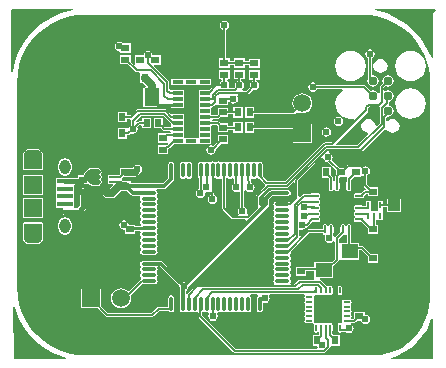
<source format=gtl>
G04*
G04 #@! TF.GenerationSoftware,Altium Limited,Altium Designer,19.1.7 (138)*
G04*
G04 Layer_Physical_Order=1*
G04 Layer_Color=255*
%FSLAX44Y44*%
%MOMM*%
G71*
G01*
G75*
%ADD15R,0.7000X0.6000*%
%ADD16R,0.6000X0.7000*%
%ADD17R,0.3500X0.1800*%
%ADD18R,0.3000X0.9400*%
%ADD19O,0.3000X1.3000*%
%ADD20O,1.3000X0.3000*%
%ADD21R,1.3500X0.4000*%
%ADD22R,1.5500X1.5000*%
%ADD23R,1.4000X1.2000*%
%ADD24R,0.2500X0.5500*%
%ADD25R,1.7000X1.5400*%
%ADD26O,0.2000X0.6500*%
%ADD27O,0.6500X0.2000*%
%ADD28O,0.7000X0.2500*%
%ADD29O,0.2500X0.7000*%
%ADD30R,2.6000X2.6000*%
%ADD31R,1.3000X1.5000*%
%ADD32R,0.9000X0.3000*%
%ADD33R,0.8500X0.3000*%
%ADD34R,1.0500X1.0000*%
%ADD35R,2.2000X1.0500*%
%ADD36R,1.5500X1.2000*%
%ADD37R,1.5500X1.2000*%
%ADD69C,0.7874*%
%ADD70C,0.1270*%
%ADD71C,0.3048*%
%ADD72C,0.1524*%
%ADD73C,0.6350*%
%ADD74C,0.2540*%
%ADD75C,0.5588*%
%ADD76C,0.1778*%
%ADD77C,0.5080*%
%ADD78C,0.3810*%
%ADD79O,0.9500X1.2500*%
%ADD80O,1.5500X0.9000*%
%ADD81R,1.5000X1.5000*%
%ADD82C,1.5000*%
%ADD83R,1.5000X1.5000*%
%ADD84C,0.6096*%
%ADD85C,0.5000*%
G36*
X1220470Y939800D02*
X1217930Y937260D01*
Y899463D01*
X1216710Y899290D01*
X1214051Y905710D01*
X1210690Y911791D01*
X1206670Y917458D01*
X1202040Y922639D01*
X1196859Y927269D01*
X1191192Y931290D01*
X1185111Y934650D01*
X1178691Y937309D01*
X1172015Y939233D01*
X1168678Y939800D01*
X1168785Y941070D01*
X1219200D01*
X1220470Y939800D01*
D02*
G37*
G36*
X912848Y939800D02*
X909516Y939234D01*
X902840Y937310D01*
X896420Y934651D01*
X890339Y931290D01*
X884672Y927270D01*
X879491Y922640D01*
X874861Y917459D01*
X870841Y911792D01*
X867479Y905711D01*
X864820Y899291D01*
X862897Y892615D01*
X862059Y887681D01*
X860788Y887783D01*
X860346Y940168D01*
X861240Y941070D01*
X912740D01*
X912848Y939800D01*
D02*
G37*
G36*
X923304Y936329D02*
X1158240Y936329D01*
X1158382Y936357D01*
X1165738Y935875D01*
X1173120Y934407D01*
X1180247Y931987D01*
X1186998Y928658D01*
X1193256Y924477D01*
X1198915Y919514D01*
X1203877Y913855D01*
X1208059Y907597D01*
X1211388Y900846D01*
X1213808Y893719D01*
X1215276Y886337D01*
X1215759Y878972D01*
X1215730Y878826D01*
Y868681D01*
Y697193D01*
X1215321Y696582D01*
X1215154Y695740D01*
X1215089Y694497D01*
X1214763Y689513D01*
X1213543Y683382D01*
X1211534Y677464D01*
X1208770Y671858D01*
X1205297Y666660D01*
X1201176Y661961D01*
X1196476Y657840D01*
X1191279Y654367D01*
X1185673Y651602D01*
X1179754Y649593D01*
X1173624Y648374D01*
X1167453Y647969D01*
X1167386Y647983D01*
X923291D01*
X923148Y647954D01*
X915793Y648437D01*
X908411Y649905D01*
X901284Y652324D01*
X894533Y655653D01*
X888275Y659835D01*
X882616Y664798D01*
X877653Y670456D01*
X873472Y676715D01*
X870143Y683465D01*
X867723Y690592D01*
X866255Y697974D01*
X865772Y705340D01*
X865801Y705485D01*
Y878840D01*
X865773Y878982D01*
X866255Y886338D01*
X867723Y893720D01*
X870143Y900847D01*
X873472Y907598D01*
X877653Y913856D01*
X882616Y919515D01*
X888275Y924477D01*
X894533Y928659D01*
X901284Y931988D01*
X908411Y934408D01*
X915793Y935876D01*
X923155Y936358D01*
X923304Y936329D01*
D02*
G37*
G36*
X1217930Y678526D02*
Y644508D01*
X1182551D01*
X1182342Y645778D01*
X1187378Y647487D01*
X1193506Y650509D01*
X1199188Y654306D01*
X1204325Y658811D01*
X1208831Y663949D01*
X1212627Y669630D01*
X1215650Y675759D01*
X1216660Y678735D01*
X1217930Y678526D01*
D02*
G37*
G36*
X864820Y685021D02*
X867479Y678602D01*
X870841Y672520D01*
X874861Y666853D01*
X879491Y661673D01*
X884672Y657043D01*
X890339Y653022D01*
X896420Y649661D01*
X902840Y647002D01*
X907089Y645778D01*
X906910Y644508D01*
X862841D01*
X862469Y688597D01*
X863737Y688781D01*
X864820Y685021D01*
D02*
G37*
%LPC*%
G36*
X952500Y913334D02*
X950964Y913029D01*
X949662Y912158D01*
X948791Y910856D01*
X948486Y909320D01*
X948791Y907784D01*
X949662Y906482D01*
X950964Y905611D01*
X952500Y905306D01*
X953191Y904739D01*
Y904161D01*
X961969D01*
Y911939D01*
X955485D01*
X955338Y912158D01*
X954036Y913029D01*
X952500Y913334D01*
D02*
G37*
G36*
X976630Y905714D02*
X975094Y905409D01*
X973792Y904538D01*
X972921Y903236D01*
X972632Y901779D01*
X965891D01*
Y895235D01*
X965891Y894702D01*
X964821Y893804D01*
X964562Y893821D01*
X961969Y896414D01*
Y901939D01*
X953191D01*
Y894161D01*
X959556D01*
X965884Y887834D01*
X967050Y887350D01*
X968980D01*
X970121Y887039D01*
X970121Y886080D01*
Y883930D01*
X969866Y882650D01*
Y882500D01*
X970121Y881220D01*
Y878261D01*
X972389D01*
X974851Y875799D01*
X974325Y874529D01*
X972661D01*
Y857751D01*
X985067D01*
X985280Y857709D01*
X996501D01*
Y857331D01*
X1007279D01*
X1007279Y862109D01*
X1007279Y863379D01*
Y867171D01*
X1007279D01*
Y867456D01*
X1007279D01*
Y872234D01*
X996501D01*
Y872234D01*
X995883Y872220D01*
X994790Y873294D01*
Y878840D01*
X994306Y880006D01*
X981485Y892828D01*
X981971Y894001D01*
X987369D01*
Y901779D01*
X980628D01*
X980339Y903236D01*
X979468Y904538D01*
X978166Y905409D01*
X976630Y905714D01*
D02*
G37*
G36*
X1041400Y931114D02*
X1039864Y930809D01*
X1038562Y929938D01*
X1037691Y928636D01*
X1037386Y927100D01*
X1037691Y925564D01*
X1038562Y924262D01*
X1039750Y923467D01*
Y899239D01*
X1037011D01*
Y891461D01*
X1045789D01*
Y893700D01*
X1049711D01*
Y891381D01*
X1058489D01*
Y893540D01*
X1062411D01*
Y891301D01*
X1071189D01*
Y899079D01*
X1062411D01*
Y896840D01*
X1058489D01*
Y899159D01*
X1049711D01*
Y897000D01*
X1045789D01*
Y899239D01*
X1043050D01*
Y923467D01*
X1044238Y924262D01*
X1045109Y925564D01*
X1045414Y927100D01*
X1045109Y928636D01*
X1044238Y929938D01*
X1042936Y930809D01*
X1041400Y931114D01*
D02*
G37*
G36*
X1173480Y898766D02*
X1171201Y898313D01*
X1169268Y897022D01*
X1167977Y895089D01*
X1167523Y892810D01*
X1167977Y890531D01*
X1169268Y888598D01*
X1171201Y887307D01*
X1173480Y886853D01*
X1175759Y887307D01*
X1177692Y888598D01*
X1178983Y890531D01*
X1179436Y892810D01*
X1178983Y895089D01*
X1177692Y897022D01*
X1175759Y898313D01*
X1173480Y898766D01*
D02*
G37*
G36*
X1019501Y881734D02*
X1018529D01*
X1018231Y881734D01*
X1008549D01*
X1008251Y881734D01*
X1006981Y881734D01*
X996501D01*
Y876956D01*
X1006981D01*
X1007279Y876956D01*
X1008549Y876956D01*
X1018231D01*
X1018529Y876956D01*
X1019501D01*
X1019799Y876956D01*
X1030279D01*
Y881734D01*
X1019799D01*
X1019501Y881734D01*
D02*
G37*
G36*
X1198880Y905684D02*
X1195548Y905245D01*
X1192443Y903959D01*
X1189777Y901913D01*
X1187731Y899247D01*
X1186445Y896142D01*
X1186006Y892810D01*
X1186445Y889478D01*
X1187731Y886373D01*
X1189777Y883707D01*
X1192443Y881661D01*
X1195548Y880375D01*
X1198880Y879936D01*
X1202212Y880375D01*
X1205317Y881661D01*
X1207983Y883707D01*
X1210029Y886373D01*
X1211315Y889478D01*
X1211754Y892810D01*
X1211315Y896142D01*
X1210029Y899247D01*
X1207983Y901913D01*
X1205317Y903959D01*
X1202212Y905245D01*
X1198880Y905684D01*
D02*
G37*
G36*
X1148080D02*
X1144748Y905245D01*
X1141643Y903959D01*
X1138977Y901913D01*
X1136931Y899247D01*
X1135645Y896142D01*
X1135206Y892810D01*
X1135645Y889478D01*
X1136931Y886373D01*
X1138977Y883707D01*
X1141643Y881661D01*
X1144748Y880375D01*
X1148080Y879936D01*
X1151412Y880375D01*
X1154517Y881661D01*
X1157183Y883707D01*
X1159229Y886373D01*
X1160515Y889478D01*
X1160954Y892810D01*
X1160515Y896142D01*
X1159229Y899247D01*
X1157183Y901913D01*
X1154517Y903959D01*
X1151412Y905245D01*
X1148080Y905684D01*
D02*
G37*
G36*
X1164590Y906984D02*
X1163054Y906679D01*
X1161752Y905808D01*
X1160881Y904506D01*
X1160576Y902970D01*
X1160881Y901434D01*
X1161752Y900132D01*
X1162940Y899337D01*
Y882650D01*
X1162972Y882574D01*
X1162584Y881993D01*
X1162209Y880110D01*
X1162584Y878227D01*
X1163651Y876631D01*
X1165247Y875564D01*
X1167130Y875190D01*
X1169013Y875564D01*
X1170609Y876631D01*
X1171676Y878227D01*
X1172050Y880110D01*
X1171676Y881993D01*
X1170609Y883589D01*
X1169013Y884656D01*
X1167130Y885031D01*
X1166240Y885761D01*
Y899337D01*
X1167428Y900132D01*
X1168299Y901434D01*
X1168604Y902970D01*
X1168299Y904506D01*
X1167428Y905808D01*
X1166126Y906679D01*
X1164590Y906984D01*
D02*
G37*
G36*
X1045789Y889239D02*
X1037011D01*
Y881461D01*
X1038638D01*
X1039024Y880191D01*
X1038562Y879882D01*
X1037691Y878580D01*
X1037566Y877950D01*
X1034345D01*
X1033179Y877466D01*
X1027946Y872234D01*
X1019501D01*
Y867456D01*
X1019501D01*
Y867171D01*
X1019501D01*
Y862394D01*
X1019501D01*
Y862109D01*
X1019501Y862109D01*
X1019501Y857331D01*
X1019501Y856061D01*
X1019501Y852269D01*
X1019501Y850999D01*
X1019501Y847206D01*
X1019501Y845936D01*
X1019501Y842143D01*
X1019501Y840873D01*
X1019501Y837081D01*
X1019501Y835811D01*
X1019501Y832453D01*
X1018619Y831801D01*
X1018349Y831734D01*
X1018231Y831734D01*
X1008431Y831734D01*
X1008161Y831801D01*
X1007279Y832453D01*
X1007279Y833004D01*
X1007279Y836796D01*
X1007279Y838066D01*
X1007279Y841859D01*
X1007279Y843129D01*
Y845936D01*
X1007279Y846921D01*
X1007279D01*
Y847206D01*
X1007279D01*
Y851984D01*
X996501D01*
X996501Y851984D01*
Y851984D01*
X995523Y852633D01*
X992661Y855495D01*
X991494Y855979D01*
X967359D01*
X966193Y855495D01*
X961977Y851280D01*
X958849D01*
Y854019D01*
X951071D01*
Y845241D01*
X958849D01*
Y847980D01*
X961583D01*
X962431Y846710D01*
X962280Y846346D01*
Y843103D01*
X961092Y842308D01*
X960221Y841006D01*
X960034Y840062D01*
X958769Y840049D01*
Y840049D01*
X950991D01*
Y831271D01*
X958769D01*
Y834010D01*
X960120D01*
X961286Y834494D01*
X962528Y835735D01*
X963930Y835456D01*
X965466Y835761D01*
X966768Y836632D01*
X967639Y837934D01*
X967944Y839470D01*
X967665Y840872D01*
X969693Y842900D01*
X970884D01*
X971505Y841685D01*
X971631Y841382D01*
Y840161D01*
X972852D01*
X973155Y840035D01*
X973458Y840161D01*
X979409D01*
Y848939D01*
X971631D01*
Y846200D01*
X969010D01*
X967844Y845716D01*
X967602Y845475D01*
X966228Y845897D01*
X966162Y846245D01*
X970437Y850520D01*
X989917D01*
X996501Y843936D01*
X996501Y842143D01*
X995907Y841120D01*
X991283D01*
X989551Y842851D01*
X989409Y842910D01*
Y848939D01*
X981631D01*
Y840161D01*
X987576D01*
X989434Y838304D01*
X990600Y837820D01*
X995390D01*
X996159Y836752D01*
X995820Y835865D01*
X991695D01*
X991392Y835739D01*
X984941D01*
Y827961D01*
X992502D01*
X993377Y827961D01*
X993975Y826922D01*
X993929Y826717D01*
X993077Y825865D01*
X991695D01*
X991392Y825739D01*
X984941D01*
Y817961D01*
X993719D01*
Y822565D01*
X993760D01*
X994926Y823049D01*
X998834Y826956D01*
X1006981D01*
X1007279Y826956D01*
X1008549Y826956D01*
X1018231D01*
X1018529Y826956D01*
X1019501D01*
X1019799Y826956D01*
X1030279D01*
X1030279Y831734D01*
X1030279Y833004D01*
X1030279Y836796D01*
X1030279Y838066D01*
X1030279Y841859D01*
X1030873Y842883D01*
X1035074D01*
X1035741Y842216D01*
Y836771D01*
X1044519D01*
Y839010D01*
X1049021D01*
Y836351D01*
X1056799D01*
Y845129D01*
X1049021D01*
Y842309D01*
X1044519D01*
Y844549D01*
X1038074D01*
X1036924Y845699D01*
X1035757Y846182D01*
X1031409D01*
X1030900Y847064D01*
X1031409Y847945D01*
X1035705D01*
X1036871Y848429D01*
X1038074Y849631D01*
X1044519D01*
Y851790D01*
X1049021D01*
Y849051D01*
X1056799D01*
Y857829D01*
X1049021D01*
Y855090D01*
X1044519D01*
Y857409D01*
X1035741D01*
Y851964D01*
X1035022Y851245D01*
X1030873D01*
X1030279Y852269D01*
X1030279Y853254D01*
X1030279Y857047D01*
X1030873Y858070D01*
X1031170D01*
X1032336Y858554D01*
X1034471Y860688D01*
X1035741Y860162D01*
Y859631D01*
X1044519D01*
Y862234D01*
X1045789Y862619D01*
X1046182Y862032D01*
X1047484Y861161D01*
X1049020Y860856D01*
X1050556Y861161D01*
X1051858Y862032D01*
X1052729Y863334D01*
X1053034Y864870D01*
X1052729Y866406D01*
X1052069Y867393D01*
X1052464Y868457D01*
X1052632Y868663D01*
X1060813D01*
X1061979Y869146D01*
X1065398Y872565D01*
X1066800Y872286D01*
X1068336Y872591D01*
X1069638Y873462D01*
X1070509Y874764D01*
X1070814Y876300D01*
X1070509Y877836D01*
X1069638Y879138D01*
X1068450Y879933D01*
Y881301D01*
X1071189D01*
Y889079D01*
X1062411D01*
Y881301D01*
X1065150D01*
Y879933D01*
X1063962Y879138D01*
X1063091Y877836D01*
X1062786Y876300D01*
X1063065Y874898D01*
X1060130Y871963D01*
X1056981D01*
X1056596Y873232D01*
X1056938Y873462D01*
X1057809Y874764D01*
X1058114Y876300D01*
X1057809Y877836D01*
X1056938Y879138D01*
X1055750Y879933D01*
Y881381D01*
X1058489D01*
Y889159D01*
X1049711D01*
Y881381D01*
X1052450D01*
Y879933D01*
X1051262Y879138D01*
X1050391Y877836D01*
X1050086Y876300D01*
X1050327Y875086D01*
X1049472Y874121D01*
X1045710D01*
X1045031Y875391D01*
X1045109Y875508D01*
X1045414Y877044D01*
X1045109Y878580D01*
X1044238Y879882D01*
X1043776Y880191D01*
X1044162Y881461D01*
X1045789D01*
Y889239D01*
D02*
G37*
G36*
X1179830Y885031D02*
X1177947Y884656D01*
X1176351Y883589D01*
X1175284Y881993D01*
X1174910Y880110D01*
X1175284Y878227D01*
X1175416Y878029D01*
X1173203Y875815D01*
X1172719Y874649D01*
Y870017D01*
X1171449Y869632D01*
X1170609Y870889D01*
X1169013Y871956D01*
X1167130Y872330D01*
X1165247Y871956D01*
X1165049Y871824D01*
X1160810Y876062D01*
X1159644Y876546D01*
X1120097D01*
X1119302Y877734D01*
X1118000Y878605D01*
X1116464Y878910D01*
X1114928Y878605D01*
X1113626Y877734D01*
X1112755Y876432D01*
X1112450Y874896D01*
X1112755Y873360D01*
X1113626Y872058D01*
X1114928Y871187D01*
X1116464Y870882D01*
X1118000Y871187D01*
X1119302Y872058D01*
X1120097Y873246D01*
X1140982D01*
X1141340Y871976D01*
X1138977Y870163D01*
X1136931Y867497D01*
X1135645Y864392D01*
X1135206Y861060D01*
X1135645Y857728D01*
X1136931Y854623D01*
X1138977Y851957D01*
X1141643Y849911D01*
X1144748Y848625D01*
X1148080Y848186D01*
X1150438Y848497D01*
X1151031Y847294D01*
X1132157Y828420D01*
X1126490D01*
X1125324Y827936D01*
X1092787Y795400D01*
X1077643D01*
X1073682Y799361D01*
X1073716Y799530D01*
Y809530D01*
X1073530Y810462D01*
X1073002Y811252D01*
X1072212Y811780D01*
X1071280Y811966D01*
X1070348Y811780D01*
X1069558Y811252D01*
X1069544Y811232D01*
X1068016D01*
X1068002Y811252D01*
X1067212Y811780D01*
X1066280Y811966D01*
X1065348Y811780D01*
X1064558Y811252D01*
X1064544Y811232D01*
X1063016D01*
X1063002Y811252D01*
X1062212Y811780D01*
X1061280Y811966D01*
X1060348Y811780D01*
X1059558Y811252D01*
X1059544Y811232D01*
X1058016D01*
X1058002Y811252D01*
X1057212Y811780D01*
X1056280Y811966D01*
X1055348Y811780D01*
X1054558Y811252D01*
X1054544Y811232D01*
X1053016D01*
X1053002Y811252D01*
X1052212Y811780D01*
X1051280Y811966D01*
X1050348Y811780D01*
X1049558Y811252D01*
X1049544Y811232D01*
X1048016D01*
X1048002Y811252D01*
X1047212Y811780D01*
X1046280Y811966D01*
X1045348Y811780D01*
X1044558Y811252D01*
X1044544Y811232D01*
X1043016D01*
X1043002Y811252D01*
X1042212Y811780D01*
X1041280Y811966D01*
X1040348Y811780D01*
X1039558Y811252D01*
X1039544Y811232D01*
X1038016D01*
X1038002Y811252D01*
X1037212Y811780D01*
X1036280Y811966D01*
X1035348Y811780D01*
X1034558Y811252D01*
X1034544Y811232D01*
X1033016D01*
X1033002Y811252D01*
X1032212Y811780D01*
X1031280Y811966D01*
X1030348Y811780D01*
X1029558Y811252D01*
X1029544Y811232D01*
X1028016D01*
X1028002Y811252D01*
X1027212Y811780D01*
X1026280Y811966D01*
X1025348Y811780D01*
X1024558Y811252D01*
X1024544Y811232D01*
X1023016D01*
X1023002Y811252D01*
X1022212Y811780D01*
X1021280Y811966D01*
X1020348Y811780D01*
X1019558Y811252D01*
X1019030Y810462D01*
X1018844Y809530D01*
Y799530D01*
X1019030Y798598D01*
X1019530Y797848D01*
Y788560D01*
X1018242Y787698D01*
X1017371Y786396D01*
X1017066Y784860D01*
X1017371Y783324D01*
X1018242Y782022D01*
X1019544Y781151D01*
X1021080Y780846D01*
X1022616Y781151D01*
X1023918Y782022D01*
X1024789Y783324D01*
X1025094Y784860D01*
X1025052Y785070D01*
X1025950Y785967D01*
X1026160Y785926D01*
X1027696Y786231D01*
X1028360Y786675D01*
X1029313Y786252D01*
X1029590Y785970D01*
Y783413D01*
X1028402Y782618D01*
X1027531Y781316D01*
X1027226Y779780D01*
X1027531Y778244D01*
X1028402Y776942D01*
X1029704Y776071D01*
X1031240Y775766D01*
X1032776Y776071D01*
X1034078Y776942D01*
X1034949Y778244D01*
X1035254Y779780D01*
X1034949Y781316D01*
X1034078Y782618D01*
X1032890Y783413D01*
Y785958D01*
X1032930Y786054D01*
Y797759D01*
X1033002Y797808D01*
X1033016Y797829D01*
X1034544D01*
X1034558Y797808D01*
X1035348Y797280D01*
X1036280Y797094D01*
X1037212Y797280D01*
X1038002Y797808D01*
X1039077Y797145D01*
X1039630Y796594D01*
Y772280D01*
X1040114Y771114D01*
X1047854Y763374D01*
X1049020Y762890D01*
X1058742D01*
X1059228Y761717D01*
X1007823Y710313D01*
X1006397D01*
X989464Y727246D01*
X988665Y727779D01*
X987724Y727966D01*
X977401D01*
X977280Y727990D01*
X977157Y727966D01*
X972280D01*
X971348Y727780D01*
X970558Y727252D01*
X970030Y726462D01*
X969844Y725530D01*
X970030Y724598D01*
X970558Y723808D01*
X970579Y723794D01*
Y722266D01*
X970558Y722252D01*
X970030Y721462D01*
X969844Y720530D01*
X970030Y719598D01*
X970558Y718808D01*
X970579Y718794D01*
Y717266D01*
X970558Y717252D01*
X970030Y716462D01*
X969844Y715530D01*
X970030Y714598D01*
X970558Y713808D01*
X970579Y713794D01*
Y712266D01*
X970558Y712252D01*
X970030Y711462D01*
X969930Y710960D01*
X960842Y701872D01*
X959753Y701943D01*
X958001Y703288D01*
X955960Y704133D01*
X953770Y704421D01*
X951580Y704133D01*
X949539Y703288D01*
X947787Y701943D01*
X946442Y700191D01*
X945597Y698150D01*
X945309Y695960D01*
X945597Y693770D01*
X946442Y691729D01*
X947787Y689977D01*
X949539Y688632D01*
X951580Y687787D01*
X953770Y687499D01*
X955960Y687787D01*
X958001Y688632D01*
X959753Y689977D01*
X961098Y691729D01*
X961943Y693770D01*
X962231Y695960D01*
X961943Y698150D01*
X961925Y698194D01*
X971901Y708170D01*
X972280Y708094D01*
X982280D01*
X983212Y708280D01*
X984002Y708808D01*
X984530Y709598D01*
X984716Y710530D01*
X984530Y711462D01*
X984002Y712252D01*
X983982Y712266D01*
Y713794D01*
X984002Y713808D01*
X984530Y714598D01*
X984716Y715530D01*
X984530Y716462D01*
X984002Y717252D01*
X983982Y717266D01*
Y718794D01*
X984002Y718808D01*
X984530Y719598D01*
X984716Y720530D01*
X984530Y721462D01*
X984321Y721776D01*
X984927Y723046D01*
X986705D01*
X1003185Y706566D01*
X1003096Y706120D01*
X1003401Y704584D01*
X1003820Y703958D01*
Y691530D01*
X1003844Y691407D01*
Y686530D01*
X1004030Y685598D01*
X1004558Y684808D01*
X1005348Y684280D01*
X1006280Y684094D01*
X1007212Y684280D01*
X1008002Y684808D01*
X1008016Y684828D01*
X1009544D01*
X1009558Y684808D01*
X1010348Y684280D01*
X1011280Y684094D01*
X1012212Y684280D01*
X1013002Y684808D01*
X1013016Y684828D01*
X1014544D01*
X1014558Y684808D01*
X1015348Y684280D01*
X1016280Y684094D01*
X1017212Y684280D01*
X1018002Y684808D01*
X1019090Y684212D01*
X1019430Y683953D01*
Y680720D01*
X1019914Y679554D01*
X1048883Y650584D01*
X1050050Y650101D01*
X1125986D01*
X1127153Y650584D01*
X1130196Y653627D01*
X1130680Y654794D01*
Y655077D01*
X1131491Y656011D01*
X1131950Y656011D01*
X1139269D01*
Y664789D01*
X1133824D01*
X1132680Y665933D01*
Y668139D01*
X1132809Y668333D01*
X1132956Y669070D01*
Y673570D01*
X1132809Y674307D01*
X1132392Y674932D01*
X1131767Y675349D01*
X1131030Y675496D01*
X1130293Y675349D01*
X1129842Y675048D01*
X1129668Y674932D01*
X1128392D01*
X1128218Y675048D01*
X1127767Y675349D01*
X1127030Y675496D01*
X1126293Y675349D01*
X1125668Y674932D01*
X1124392D01*
X1123767Y675349D01*
X1123030Y675496D01*
X1122293Y675349D01*
X1121842Y675048D01*
X1121668Y674932D01*
X1120392D01*
X1120218Y675048D01*
X1119767Y675349D01*
X1119030Y675496D01*
X1118293Y675349D01*
X1118088Y675213D01*
X1117173Y676128D01*
X1117309Y676333D01*
X1117456Y677070D01*
X1117309Y677807D01*
X1117008Y678258D01*
X1116892Y678432D01*
Y679708D01*
X1117008Y679882D01*
X1117309Y680333D01*
X1117456Y681070D01*
X1117309Y681807D01*
X1117008Y682258D01*
X1116892Y682432D01*
Y683708D01*
X1117008Y683882D01*
X1117309Y684333D01*
X1117456Y685070D01*
X1117309Y685807D01*
X1117008Y686258D01*
X1116892Y686432D01*
Y687708D01*
X1117008Y687882D01*
X1117309Y688333D01*
X1117456Y689070D01*
X1117309Y689807D01*
X1117008Y690258D01*
X1116892Y690432D01*
Y691708D01*
X1117008Y691882D01*
X1117309Y692333D01*
X1117456Y693070D01*
X1117309Y693807D01*
X1117008Y694258D01*
X1116892Y694432D01*
Y695708D01*
X1117008Y695882D01*
X1117309Y696333D01*
X1117456Y697070D01*
X1117309Y697807D01*
X1117173Y698012D01*
X1118088Y698927D01*
X1118293Y698791D01*
X1119030Y698644D01*
X1119767Y698791D01*
X1120392Y699208D01*
X1121668D01*
X1122293Y698791D01*
X1123030Y698644D01*
X1123767Y698791D01*
X1124392Y699208D01*
X1125668D01*
X1126293Y698791D01*
X1127030Y698644D01*
X1127767Y698791D01*
X1128218Y699092D01*
X1128392Y699208D01*
X1129668D01*
X1129842Y699092D01*
X1130293Y698791D01*
X1131030Y698644D01*
X1131767Y698791D01*
X1132392Y699208D01*
X1132809Y699833D01*
X1132956Y700570D01*
Y705070D01*
X1132809Y705807D01*
X1132392Y706432D01*
X1131767Y706849D01*
X1131030Y706996D01*
X1130293Y706849D01*
X1129842Y706548D01*
X1129668Y706432D01*
X1128392D01*
X1128218Y706548D01*
X1127767Y706849D01*
X1127538Y706895D01*
X1123259Y711173D01*
X1122093Y711657D01*
X1122126Y712913D01*
X1133367D01*
Y723364D01*
X1137656Y727654D01*
X1138140Y728820D01*
Y746287D01*
X1141840Y749987D01*
X1142485Y750115D01*
X1143192Y750588D01*
X1144525Y750385D01*
X1145000Y749928D01*
Y742691D01*
X1139589D01*
Y728913D01*
X1155367D01*
Y736692D01*
X1157535D01*
X1162581Y731646D01*
Y726201D01*
X1171359D01*
Y733979D01*
X1164914D01*
X1159384Y739508D01*
X1158218Y739992D01*
X1155367D01*
Y742691D01*
X1148300D01*
Y750749D01*
X1148665Y751295D01*
X1148831Y752130D01*
Y756630D01*
X1148665Y757465D01*
X1148192Y758172D01*
X1147485Y758645D01*
X1146650Y758811D01*
X1145815Y758645D01*
X1145108Y758172D01*
X1144856Y757795D01*
X1144606Y757725D01*
X1143694D01*
X1143444Y757795D01*
X1143192Y758172D01*
X1142485Y758645D01*
X1141650Y758811D01*
X1140815Y758645D01*
X1140108Y758172D01*
X1139635Y757465D01*
X1139469Y756630D01*
Y752282D01*
X1135324Y748136D01*
X1134011Y748286D01*
X1134009Y748296D01*
X1133300Y749357D01*
Y750749D01*
X1133665Y751295D01*
X1133831Y752130D01*
Y756630D01*
X1133665Y757465D01*
X1133192Y758172D01*
X1132485Y758645D01*
X1131650Y758811D01*
X1130815Y758645D01*
X1130108Y758172D01*
X1129856Y757795D01*
X1129606Y757725D01*
X1128694D01*
X1128444Y757795D01*
X1128192Y758172D01*
X1127485Y758645D01*
X1126650Y758811D01*
X1125815Y758645D01*
X1125108Y758172D01*
X1124635Y757465D01*
X1124469Y756630D01*
Y754415D01*
X1112515D01*
X1111349Y753931D01*
X1105788Y748370D01*
X1104518Y748896D01*
Y753880D01*
X1105788Y754559D01*
X1105904Y754481D01*
X1107440Y754176D01*
X1108976Y754481D01*
X1110278Y755352D01*
X1111148Y756653D01*
X1112044Y757024D01*
X1115749Y760729D01*
X1115900Y760699D01*
X1120400D01*
X1121235Y760865D01*
X1121942Y761338D01*
X1122415Y762045D01*
X1122581Y762880D01*
X1122415Y763715D01*
X1121942Y764422D01*
X1121565Y764674D01*
X1121495Y764924D01*
Y765836D01*
X1121565Y766086D01*
X1121942Y766338D01*
X1122415Y767045D01*
X1122581Y767880D01*
X1122415Y768715D01*
X1121942Y769422D01*
X1121564Y769674D01*
X1121495Y769924D01*
Y770836D01*
X1121564Y771086D01*
X1121942Y771338D01*
X1122415Y772045D01*
X1122581Y772880D01*
X1122415Y773715D01*
X1121942Y774422D01*
X1121565Y774674D01*
X1121495Y774924D01*
Y775836D01*
X1121565Y776086D01*
X1121942Y776338D01*
X1122415Y777045D01*
X1122581Y777880D01*
X1122415Y778715D01*
X1121942Y779422D01*
X1121565Y779674D01*
X1121495Y779924D01*
Y780836D01*
X1121565Y781086D01*
X1121942Y781338D01*
X1122415Y782045D01*
X1122581Y782880D01*
X1122415Y783715D01*
X1121942Y784422D01*
X1121235Y784895D01*
X1120400Y785061D01*
X1115900D01*
X1115065Y784895D01*
X1114519Y784530D01*
X1108641D01*
X1107475Y784046D01*
X1105280Y781852D01*
X1104010Y782377D01*
Y795850D01*
X1123776Y815617D01*
X1124368Y815484D01*
X1125062Y815107D01*
X1125321Y813804D01*
X1126192Y812502D01*
X1127494Y811631D01*
X1129019Y811328D01*
X1136071Y804276D01*
Y801164D01*
X1135484Y800576D01*
X1135000Y799410D01*
Y795822D01*
X1133730Y795287D01*
X1133210Y795795D01*
Y796140D01*
X1133060Y796503D01*
Y798330D01*
X1132576Y799496D01*
X1131489Y800584D01*
Y807029D01*
X1123711D01*
Y798251D01*
X1129156D01*
X1129760Y797647D01*
Y796290D01*
X1129911Y795927D01*
Y794877D01*
X1129635Y794465D01*
X1129469Y793630D01*
Y789130D01*
X1129635Y788295D01*
X1130108Y787588D01*
X1130815Y787115D01*
X1131650Y786949D01*
X1132485Y787115D01*
X1133192Y787588D01*
X1133444Y787965D01*
X1133694Y788035D01*
X1134606D01*
X1134856Y787965D01*
X1135108Y787588D01*
X1135815Y787115D01*
X1136650Y786949D01*
X1137485Y787115D01*
X1138192Y787588D01*
X1138665Y788295D01*
X1138831Y789130D01*
Y793630D01*
X1138665Y794465D01*
X1138300Y795011D01*
Y797604D01*
X1139526Y798831D01*
X1143597D01*
X1144397Y798831D01*
X1144744Y798742D01*
X1145092Y798405D01*
X1145431Y797943D01*
X1145322Y797381D01*
X1145075Y796785D01*
Y795124D01*
X1144635Y794465D01*
X1144469Y793630D01*
Y789130D01*
X1144635Y788295D01*
X1145108Y787588D01*
X1145815Y787115D01*
X1146650Y786949D01*
X1147485Y787115D01*
X1148192Y787588D01*
X1148665Y788295D01*
X1148831Y789130D01*
Y793630D01*
X1148665Y794465D01*
X1148375Y794899D01*
Y796102D01*
X1151104Y798831D01*
X1157049D01*
Y800069D01*
X1158171Y800613D01*
X1159130Y799972D01*
Y791900D01*
X1159614Y790733D01*
X1161314Y789033D01*
X1160828Y787860D01*
X1160730D01*
X1159564Y787376D01*
X1157248Y785061D01*
X1152900D01*
X1152065Y784895D01*
X1151358Y784422D01*
X1150885Y783715D01*
X1150719Y782880D01*
X1150885Y782045D01*
X1151358Y781338D01*
X1152065Y780865D01*
X1152900Y780699D01*
X1157400D01*
X1158235Y780865D01*
X1158942Y781338D01*
X1159415Y782045D01*
X1159543Y782690D01*
X1161311Y784458D01*
X1162581Y784314D01*
Y782321D01*
X1171359D01*
Y790099D01*
X1164914D01*
X1162430Y792583D01*
Y800277D01*
X1163618Y801072D01*
X1164489Y802374D01*
X1164794Y803910D01*
X1164489Y805446D01*
X1163618Y806748D01*
X1162316Y807619D01*
X1160780Y807924D01*
X1159378Y807645D01*
X1158136Y808886D01*
X1156970Y809370D01*
X1145960D01*
X1144794Y808886D01*
X1142516Y806609D01*
X1138404D01*
X1132126Y812887D01*
X1132739Y813804D01*
X1133044Y815340D01*
X1132739Y816876D01*
X1131868Y818178D01*
X1130566Y819049D01*
X1130049Y819151D01*
X1130174Y820421D01*
X1157351D01*
X1158517Y820905D01*
X1176973Y839360D01*
X1177055Y839386D01*
X1178539Y839130D01*
X1179428Y837798D01*
X1181361Y836507D01*
X1183640Y836053D01*
X1185919Y836507D01*
X1187852Y837798D01*
X1189143Y839731D01*
X1189596Y842010D01*
X1189143Y844289D01*
X1187852Y846222D01*
X1185919Y847513D01*
X1183640Y847967D01*
X1181361Y847513D01*
X1179428Y846222D01*
X1179393Y846169D01*
X1178178Y846538D01*
Y849067D01*
X1179054Y849944D01*
X1179830Y849790D01*
X1181713Y850164D01*
X1183309Y851231D01*
X1184376Y852827D01*
X1184751Y854710D01*
X1184376Y856593D01*
X1183309Y858189D01*
X1181713Y859256D01*
X1180936Y859410D01*
X1180743Y859648D01*
X1180309Y860830D01*
X1180615Y861568D01*
Y862645D01*
X1181713Y862864D01*
X1183309Y863931D01*
X1184376Y865527D01*
X1184751Y867410D01*
X1184376Y869293D01*
X1183309Y870889D01*
X1181713Y871956D01*
X1179830Y872330D01*
X1177947Y871956D01*
X1177289Y871516D01*
X1176019Y872195D01*
Y873966D01*
X1177749Y875696D01*
X1177947Y875564D01*
X1179830Y875190D01*
X1181713Y875564D01*
X1183309Y876631D01*
X1184376Y878227D01*
X1184751Y880110D01*
X1184376Y881993D01*
X1183309Y883589D01*
X1181713Y884656D01*
X1179830Y885031D01*
D02*
G37*
G36*
X1107440Y869521D02*
X1105250Y869233D01*
X1103209Y868388D01*
X1101457Y867043D01*
X1100112Y865291D01*
X1099267Y863250D01*
X1098979Y861060D01*
X1099267Y858870D01*
X1100112Y856829D01*
X1100444Y856397D01*
X1099137Y855090D01*
X1066799D01*
Y857829D01*
X1059021D01*
Y849051D01*
X1066799D01*
Y851790D01*
X1099820D01*
X1100986Y852274D01*
X1102777Y854064D01*
X1103209Y853732D01*
X1105250Y852887D01*
X1107440Y852599D01*
X1109630Y852887D01*
X1111671Y853732D01*
X1113423Y855077D01*
X1114768Y856829D01*
X1115613Y858870D01*
X1115901Y861060D01*
X1115613Y863250D01*
X1114768Y865291D01*
X1113423Y867043D01*
X1111671Y868388D01*
X1109630Y869233D01*
X1107440Y869521D01*
D02*
G37*
G36*
X1198880Y873934D02*
X1195548Y873495D01*
X1192443Y872209D01*
X1189777Y870163D01*
X1187731Y867497D01*
X1186445Y864392D01*
X1186006Y861060D01*
X1186445Y857728D01*
X1187731Y854623D01*
X1189777Y851957D01*
X1192443Y849911D01*
X1195548Y848625D01*
X1198880Y848186D01*
X1202212Y848625D01*
X1205317Y849911D01*
X1207983Y851957D01*
X1210029Y854623D01*
X1211315Y857728D01*
X1211754Y861060D01*
X1211315Y864392D01*
X1210029Y867497D01*
X1207983Y870163D01*
X1205317Y872209D01*
X1202212Y873495D01*
X1198880Y873934D01*
D02*
G37*
G36*
X1137920Y849834D02*
X1136384Y849529D01*
X1135082Y848658D01*
X1134211Y847356D01*
X1133906Y845820D01*
X1134211Y844284D01*
X1135082Y842982D01*
X1136384Y842111D01*
X1137920Y841806D01*
X1139456Y842111D01*
X1140758Y842982D01*
X1141629Y844284D01*
X1141934Y845820D01*
X1141629Y847356D01*
X1140758Y848658D01*
X1139456Y849529D01*
X1137920Y849834D01*
D02*
G37*
G36*
X1127760Y840944D02*
X1126224Y840639D01*
X1124922Y839768D01*
X1124051Y838466D01*
X1123746Y836930D01*
X1124051Y835394D01*
X1124922Y834092D01*
X1126224Y833221D01*
X1127760Y832916D01*
X1129296Y833221D01*
X1130598Y834092D01*
X1131469Y835394D01*
X1131774Y836930D01*
X1131469Y838466D01*
X1130598Y839768D01*
X1129296Y840639D01*
X1127760Y840944D01*
D02*
G37*
G36*
X1066799Y845129D02*
X1059021D01*
Y836351D01*
X1066799D01*
Y839090D01*
X1099051D01*
Y827271D01*
X1115829D01*
Y844049D01*
X1099051D01*
Y842390D01*
X1066799D01*
Y845129D01*
D02*
G37*
G36*
X1044519Y834549D02*
X1035741D01*
Y829104D01*
X1031824Y825186D01*
X1031506Y825399D01*
X1029970Y825704D01*
X1028434Y825399D01*
X1027132Y824528D01*
X1026261Y823226D01*
X1025956Y821690D01*
X1026261Y820154D01*
X1027132Y818852D01*
X1028434Y817981D01*
X1029970Y817676D01*
X1031506Y817981D01*
X1032808Y818852D01*
X1033679Y820154D01*
X1033984Y821690D01*
X1033820Y822517D01*
X1038074Y826771D01*
X1044519D01*
Y834549D01*
D02*
G37*
G36*
X1011280Y811966D02*
X1010348Y811780D01*
X1009558Y811252D01*
X1009544Y811232D01*
X1008016D01*
X1008002Y811252D01*
X1007212Y811780D01*
X1006280Y811966D01*
X1005348Y811780D01*
X1004558Y811252D01*
X1004030Y810462D01*
X1003844Y809530D01*
Y799530D01*
X1004030Y798598D01*
X1004558Y797808D01*
X1005348Y797280D01*
X1006280Y797094D01*
X1007212Y797280D01*
X1008002Y797808D01*
X1008016Y797829D01*
X1009544D01*
X1009558Y797808D01*
X1010348Y797280D01*
X1011280Y797094D01*
X1012212Y797280D01*
X1013002Y797808D01*
X1013530Y798598D01*
X1013716Y799530D01*
Y809530D01*
X1013530Y810462D01*
X1013002Y811252D01*
X1012212Y811780D01*
X1011280Y811966D01*
D02*
G37*
G36*
X882560Y822815D02*
X876060D01*
X873957Y822396D01*
X872175Y821205D01*
X870984Y819423D01*
X870565Y817320D01*
X870598Y817157D01*
Y805320D01*
X870880Y804640D01*
X871560Y804358D01*
X887060D01*
X887740Y804640D01*
X888022Y805320D01*
Y817157D01*
X888055Y817320D01*
X887636Y819423D01*
X886445Y821205D01*
X884663Y822396D01*
X882560Y822815D01*
D02*
G37*
G36*
X906310Y814569D02*
X904110Y814132D01*
X902244Y812886D01*
X900998Y811020D01*
X900561Y808820D01*
Y805820D01*
X900998Y803620D01*
X902244Y801755D01*
X904110Y800508D01*
X906310Y800070D01*
X908510Y800508D01*
X910376Y801755D01*
X911622Y803620D01*
X912059Y805820D01*
Y808820D01*
X911622Y811020D01*
X910376Y812886D01*
X908510Y814132D01*
X906310Y814569D01*
D02*
G37*
G36*
X933950Y806326D02*
X928500D01*
X927162Y806060D01*
X926028Y805302D01*
X922864Y802138D01*
X922106Y801004D01*
X921984Y800391D01*
X917283D01*
Y798264D01*
X906405D01*
X906405Y798264D01*
X906130Y798209D01*
X898671D01*
X898671Y792070D01*
X898671Y791161D01*
X898671Y785570D01*
X898671Y784661D01*
X898671Y779070D01*
X898671Y778161D01*
Y772931D01*
X904352D01*
X904737Y771661D01*
X904391Y771429D01*
X904391Y771429D01*
X904296Y771334D01*
X903678Y770410D01*
X903461Y769320D01*
X903678Y768230D01*
X904296Y767306D01*
X905220Y766688D01*
X906310Y766471D01*
X906788Y766566D01*
X918005D01*
X918005Y766566D01*
X919095Y766783D01*
X920019Y767401D01*
X923686Y771068D01*
X924304Y771992D01*
X924521Y773082D01*
X924521Y773082D01*
Y786502D01*
X924304Y787592D01*
X923686Y788516D01*
X922762Y789134D01*
X921672Y789351D01*
X920582Y789134D01*
X919658Y788516D01*
X919040Y787592D01*
X918823Y786502D01*
Y774262D01*
X916825Y772264D01*
X914943D01*
X913949Y772931D01*
X913949Y773534D01*
X913949Y779070D01*
X913949Y779979D01*
X913949Y785570D01*
X913949Y786479D01*
Y791161D01*
X913949Y791709D01*
X914864Y792566D01*
X920585D01*
X920585Y792566D01*
X920820Y792613D01*
X926061D01*
Y792613D01*
X927039Y793018D01*
X927700Y792358D01*
X927700Y792358D01*
X928834Y791600D01*
X930172Y791334D01*
X933950D01*
X935288Y791600D01*
X936422Y792358D01*
X937180Y793492D01*
X937446Y794830D01*
X937180Y796168D01*
X936738Y796830D01*
X937180Y797492D01*
X937446Y798830D01*
X937180Y800168D01*
X936738Y800830D01*
X937180Y801492D01*
X937446Y802830D01*
X937180Y804168D01*
X936422Y805302D01*
X935288Y806060D01*
X933950Y806326D01*
D02*
G37*
G36*
X996280Y811966D02*
X995348Y811780D01*
X994558Y811252D01*
X994030Y810462D01*
X993844Y809530D01*
Y804750D01*
X993796Y804506D01*
Y797885D01*
X989501Y793590D01*
X961969D01*
Y795019D01*
X958860D01*
X957580Y795274D01*
X956700Y795099D01*
X955675D01*
X954662Y796112D01*
X954557Y797476D01*
X954600Y797596D01*
X955755Y798751D01*
X961969D01*
Y799091D01*
X965268D01*
X966706Y799377D01*
X967924Y800191D01*
X968703Y801357D01*
X969276Y801471D01*
X970578Y802342D01*
X971449Y803644D01*
X971754Y805180D01*
X971449Y806716D01*
X970578Y808018D01*
X969276Y808889D01*
X967740Y809194D01*
X966204Y808889D01*
X964902Y808018D01*
X964031Y806716D01*
X964009Y806601D01*
X957786D01*
X957423Y806529D01*
X953191D01*
Y801315D01*
X952519Y800643D01*
X945650D01*
X945530Y800619D01*
X943011D01*
X943011Y797041D01*
X943011Y795771D01*
Y793041D01*
X945530D01*
X945650Y793017D01*
X946788D01*
X947274Y791844D01*
X944434Y789004D01*
X942340D01*
X940754Y788688D01*
X939410Y787790D01*
X938512Y786446D01*
X938196Y784860D01*
X938512Y783274D01*
X939410Y781930D01*
X940754Y781032D01*
X942340Y780716D01*
X946150D01*
X947736Y781032D01*
X949080Y781930D01*
X953961Y786811D01*
X957405D01*
X958668Y787063D01*
X961940Y783790D01*
X962738Y783257D01*
X963680Y783070D01*
X969669D01*
X970255Y781800D01*
X970030Y781462D01*
X969844Y780530D01*
X970030Y779598D01*
X970558Y778808D01*
X970579Y778794D01*
Y777266D01*
X970558Y777252D01*
X970030Y776462D01*
X969844Y775530D01*
X970030Y774598D01*
X970558Y773808D01*
X970579Y773794D01*
Y772266D01*
X970558Y772252D01*
X970030Y771462D01*
X969844Y770530D01*
X970030Y769598D01*
X970558Y768808D01*
X970579Y768794D01*
Y767266D01*
X970558Y767252D01*
X970030Y766462D01*
X969844Y765530D01*
X970030Y764598D01*
X970558Y763808D01*
X970579Y763794D01*
Y762266D01*
X970558Y762252D01*
X970030Y761462D01*
X969844Y760530D01*
X970030Y759598D01*
X970487Y758913D01*
X970365Y758395D01*
X970014Y757643D01*
X965779D01*
Y758269D01*
X960308D01*
X960019Y759726D01*
X959148Y761028D01*
X957846Y761899D01*
X956310Y762204D01*
X954774Y761899D01*
X953472Y761028D01*
X952601Y759726D01*
X952296Y758190D01*
X952601Y756654D01*
X953472Y755352D01*
X954774Y754481D01*
X956310Y754176D01*
X957001Y753609D01*
Y750491D01*
X965779D01*
Y753241D01*
X969807D01*
X970026Y752953D01*
X970369Y751971D01*
X970030Y751462D01*
X969844Y750530D01*
X970030Y749598D01*
X970558Y748808D01*
X970579Y748794D01*
Y747266D01*
X970558Y747252D01*
X970030Y746462D01*
X969844Y745530D01*
X970030Y744598D01*
X970558Y743808D01*
X970579Y743794D01*
Y742266D01*
X970558Y742252D01*
X970030Y741462D01*
X969844Y740530D01*
X970030Y739598D01*
X970558Y738808D01*
X970579Y738794D01*
Y737266D01*
X970558Y737252D01*
X970030Y736462D01*
X969844Y735530D01*
X970030Y734598D01*
X970558Y733808D01*
X971348Y733280D01*
X972280Y733094D01*
X982280D01*
X983212Y733280D01*
X984002Y733808D01*
X984530Y734598D01*
X984716Y735530D01*
X984530Y736462D01*
X984002Y737252D01*
X983982Y737266D01*
Y738794D01*
X984002Y738808D01*
X984530Y739598D01*
X984716Y740530D01*
X984530Y741462D01*
X984002Y742252D01*
X983982Y742266D01*
Y743794D01*
X984002Y743808D01*
X984530Y744598D01*
X984716Y745530D01*
X984530Y746462D01*
X984002Y747252D01*
X983981Y747266D01*
Y748794D01*
X984002Y748808D01*
X984530Y749598D01*
X984716Y750530D01*
X984530Y751462D01*
X984002Y752252D01*
X983982Y752266D01*
Y753794D01*
X984002Y753808D01*
X984530Y754598D01*
X984716Y755530D01*
X984530Y756462D01*
X984002Y757252D01*
X983981Y757266D01*
Y758794D01*
X984002Y758808D01*
X984530Y759598D01*
X984716Y760530D01*
X984530Y761462D01*
X984002Y762252D01*
X983982Y762266D01*
Y763794D01*
X984002Y763808D01*
X984530Y764598D01*
X984716Y765530D01*
X984530Y766462D01*
X984002Y767252D01*
X983982Y767266D01*
Y768794D01*
X984002Y768808D01*
X984530Y769598D01*
X984716Y770530D01*
X984530Y771462D01*
X984002Y772252D01*
X983981Y772266D01*
Y773794D01*
X984002Y773808D01*
X984530Y774598D01*
X984716Y775530D01*
X984530Y776462D01*
X984002Y777252D01*
X983982Y777266D01*
Y778794D01*
X984002Y778808D01*
X984530Y779598D01*
X984716Y780530D01*
X984530Y781462D01*
X984002Y782252D01*
X983981Y782266D01*
Y783794D01*
X984002Y783808D01*
X984530Y784598D01*
X984716Y785530D01*
X984530Y786462D01*
X984002Y787252D01*
X983782Y787400D01*
X984167Y788670D01*
X990520D01*
X991461Y788857D01*
X992260Y789390D01*
X997996Y795126D01*
X998529Y795925D01*
X998716Y796866D01*
Y804409D01*
X998740Y804530D01*
X998716Y804653D01*
Y809530D01*
X998530Y810462D01*
X998002Y811252D01*
X997212Y811780D01*
X996280Y811966D01*
D02*
G37*
G36*
X887949Y800709D02*
X870671D01*
Y783931D01*
X887949D01*
Y800709D01*
D02*
G37*
G36*
X1190889Y780589D02*
X1178611D01*
Y776350D01*
X1175379D01*
Y778339D01*
X1171101D01*
Y771109D01*
X1171101Y771061D01*
Y769839D01*
X1169831Y769839D01*
X1165379Y769839D01*
Y771061D01*
X1165379Y771109D01*
Y778339D01*
X1161101D01*
Y774619D01*
X1158647D01*
X1158235Y774895D01*
X1157400Y775061D01*
X1152900D01*
X1152065Y774895D01*
X1151358Y774422D01*
X1150885Y773715D01*
X1150719Y772880D01*
X1150885Y772045D01*
X1151358Y771338D01*
X1151735Y771086D01*
X1151805Y770836D01*
Y769924D01*
X1151735Y769674D01*
X1151358Y769422D01*
X1150885Y768715D01*
X1150719Y767880D01*
X1150885Y767045D01*
X1151358Y766338D01*
X1151735Y766086D01*
X1151805Y765836D01*
Y764924D01*
X1151735Y764674D01*
X1151358Y764422D01*
X1150885Y763715D01*
X1150719Y762880D01*
X1150885Y762045D01*
X1151358Y761338D01*
X1152065Y760865D01*
X1152900Y760699D01*
X1157248D01*
X1162581Y755366D01*
Y750491D01*
X1171359D01*
Y758269D01*
X1169890D01*
Y762420D01*
X1171101Y762561D01*
X1171649Y762561D01*
X1175379D01*
Y769791D01*
X1175379Y769839D01*
Y771061D01*
X1175379Y771109D01*
Y773050D01*
X1178611D01*
Y768811D01*
X1190889D01*
Y780589D01*
D02*
G37*
G36*
X1142150Y781835D02*
X1140828Y781572D01*
X1139707Y780823D01*
X1138958Y779702D01*
X1138695Y778380D01*
X1138958Y777058D01*
X1139707Y775937D01*
X1140828Y775188D01*
X1142150Y774925D01*
X1143472Y775188D01*
X1144593Y775937D01*
X1145342Y777058D01*
X1145605Y778380D01*
X1145342Y779702D01*
X1144593Y780823D01*
X1143472Y781572D01*
X1142150Y781835D01*
D02*
G37*
G36*
X1131150D02*
X1129828Y781572D01*
X1128707Y780823D01*
X1127958Y779702D01*
X1127695Y778380D01*
X1127958Y777058D01*
X1128707Y775937D01*
X1129828Y775188D01*
X1131150Y774925D01*
X1132472Y775188D01*
X1133593Y775937D01*
X1134342Y777058D01*
X1134605Y778380D01*
X1134342Y779702D01*
X1133593Y780823D01*
X1132472Y781572D01*
X1131150Y781835D01*
D02*
G37*
G36*
X887949Y780709D02*
X870671D01*
Y763931D01*
X887949D01*
Y780709D01*
D02*
G37*
G36*
X1142150Y770835D02*
X1140828Y770572D01*
X1139707Y769823D01*
X1138958Y768702D01*
X1138695Y767380D01*
X1138958Y766058D01*
X1139707Y764937D01*
X1140828Y764188D01*
X1142150Y763925D01*
X1143472Y764188D01*
X1144593Y764937D01*
X1145342Y766058D01*
X1145605Y767380D01*
X1145342Y768702D01*
X1144593Y769823D01*
X1143472Y770572D01*
X1142150Y770835D01*
D02*
G37*
G36*
X1131150D02*
X1129828Y770572D01*
X1128707Y769823D01*
X1127958Y768702D01*
X1127695Y767380D01*
X1127958Y766058D01*
X1128707Y764937D01*
X1129828Y764188D01*
X1131150Y763925D01*
X1132472Y764188D01*
X1133593Y764937D01*
X1134342Y766058D01*
X1134605Y767380D01*
X1134342Y768702D01*
X1133593Y769823D01*
X1132472Y770572D01*
X1131150Y770835D01*
D02*
G37*
G36*
X906310Y764569D02*
X904110Y764132D01*
X902244Y762886D01*
X900998Y761020D01*
X900561Y758820D01*
Y755820D01*
X900998Y753620D01*
X902244Y751755D01*
X904110Y750508D01*
X906310Y750070D01*
X908510Y750508D01*
X910376Y751755D01*
X911622Y753620D01*
X912059Y755820D01*
Y758820D01*
X911622Y761020D01*
X910376Y762886D01*
X908510Y764132D01*
X906310Y764569D01*
D02*
G37*
G36*
X887060Y760282D02*
X871560D01*
X870880Y760000D01*
X870598Y759320D01*
Y747483D01*
X870565Y747320D01*
X870984Y745217D01*
X872175Y743435D01*
X873957Y742244D01*
X876060Y741825D01*
X882560D01*
X884663Y742244D01*
X886445Y743435D01*
X887636Y745217D01*
X888055Y747320D01*
X888022Y747482D01*
Y759320D01*
X887740Y760000D01*
X887060Y760282D01*
D02*
G37*
G36*
X1139030Y706996D02*
X1138293Y706849D01*
X1137668Y706432D01*
X1137251Y705807D01*
X1137104Y705070D01*
Y700570D01*
X1137251Y699833D01*
X1137668Y699208D01*
X1138293Y698791D01*
X1139030Y698644D01*
X1139767Y698791D01*
X1140392Y699208D01*
X1140809Y699833D01*
X1140956Y700570D01*
Y705070D01*
X1140809Y705807D01*
X1140392Y706432D01*
X1139767Y706849D01*
X1139030Y706996D01*
D02*
G37*
G36*
X936759Y704349D02*
X919981D01*
Y687571D01*
X934426D01*
X941174Y680824D01*
X942340Y680340D01*
X980440D01*
X981606Y680824D01*
X986298Y685515D01*
X994085D01*
X994558Y684808D01*
X995348Y684280D01*
X996280Y684094D01*
X997212Y684280D01*
X998002Y684808D01*
X998530Y685598D01*
X998716Y686530D01*
Y696530D01*
X998530Y697462D01*
X998002Y698252D01*
X997212Y698780D01*
X996280Y698966D01*
X995348Y698780D01*
X994558Y698252D01*
X994030Y697462D01*
X993844Y696530D01*
Y688814D01*
X985615D01*
X984448Y688331D01*
X979757Y683640D01*
X943023D01*
X936759Y689904D01*
Y704349D01*
D02*
G37*
G36*
X1147030Y694996D02*
X1142530D01*
X1141793Y694849D01*
X1141168Y694432D01*
X1140751Y693807D01*
X1140604Y693070D01*
X1140751Y692333D01*
X1141052Y691882D01*
X1141168Y691708D01*
Y690432D01*
X1141052Y690258D01*
X1140751Y689807D01*
X1140604Y689070D01*
X1140751Y688333D01*
X1141052Y687882D01*
X1141168Y687708D01*
Y686432D01*
X1141052Y686258D01*
X1140751Y685807D01*
X1140604Y685070D01*
X1140751Y684333D01*
X1141052Y683882D01*
X1141168Y683708D01*
Y682432D01*
X1141052Y682258D01*
X1140751Y681807D01*
X1140604Y681070D01*
X1140751Y680333D01*
X1141052Y679882D01*
X1141168Y679708D01*
Y678432D01*
X1141052Y678258D01*
X1140751Y677807D01*
X1140604Y677070D01*
X1140751Y676333D01*
X1140887Y676128D01*
X1139972Y675213D01*
X1139767Y675349D01*
X1139030Y675496D01*
X1138293Y675349D01*
X1137668Y674932D01*
X1137251Y674307D01*
X1137104Y673570D01*
Y669070D01*
X1137251Y668333D01*
X1137668Y667708D01*
X1138293Y667291D01*
X1139030Y667144D01*
X1139767Y667291D01*
X1140392Y667708D01*
X1140485Y667848D01*
X1143887D01*
X1143972Y667722D01*
X1145274Y666851D01*
X1146810Y666546D01*
X1148346Y666851D01*
X1149648Y667722D01*
X1150519Y669024D01*
X1150824Y670560D01*
X1150519Y672096D01*
X1149648Y673398D01*
X1148523Y674150D01*
X1148550Y674872D01*
X1148734Y675420D01*
X1151390D01*
X1152556Y675904D01*
X1153644Y676991D01*
X1157002D01*
X1157071Y676644D01*
X1157942Y675342D01*
X1159244Y674471D01*
X1160780Y674166D01*
X1162316Y674471D01*
X1163618Y675342D01*
X1164489Y676644D01*
X1164794Y678180D01*
X1164489Y679716D01*
X1163618Y681018D01*
X1162316Y681889D01*
X1160780Y682194D01*
X1160089Y682761D01*
Y684769D01*
X1151311D01*
Y679324D01*
X1150707Y678720D01*
X1149143D01*
X1148923Y679008D01*
X1148580Y679990D01*
X1148809Y680333D01*
X1148956Y681070D01*
X1148809Y681807D01*
X1148508Y682258D01*
X1148392Y682432D01*
Y683708D01*
X1148508Y683882D01*
X1148809Y684333D01*
X1148956Y685070D01*
X1148809Y685807D01*
X1148508Y686258D01*
X1148392Y686432D01*
Y687708D01*
X1148508Y687882D01*
X1148809Y688333D01*
X1148956Y689070D01*
X1148809Y689807D01*
X1148508Y690258D01*
X1148392Y690432D01*
Y691708D01*
X1148508Y691882D01*
X1148809Y692333D01*
X1148956Y693070D01*
X1148809Y693807D01*
X1148392Y694432D01*
X1147767Y694849D01*
X1147030Y694996D01*
D02*
G37*
%LPD*%
G36*
X1172862Y857404D02*
X1172875Y857348D01*
X1172719Y856972D01*
Y844582D01*
X1170501Y842364D01*
X1169123Y842782D01*
X1168823Y844289D01*
X1167532Y846222D01*
X1165599Y847513D01*
X1163320Y847967D01*
X1161041Y847513D01*
X1159108Y846222D01*
X1157817Y844289D01*
X1157364Y842010D01*
X1157817Y839731D01*
X1159108Y837798D01*
X1161041Y836507D01*
X1162548Y836207D01*
X1162966Y834829D01*
X1154017Y825880D01*
X1135942D01*
X1135456Y827053D01*
X1162645Y854242D01*
X1163128Y855408D01*
Y857265D01*
X1164384Y858521D01*
X1171987D01*
X1172862Y857404D01*
D02*
G37*
G36*
X1069558Y797808D02*
X1070348Y797280D01*
X1071280Y797094D01*
X1071283Y797095D01*
X1075794Y792584D01*
X1075956Y791269D01*
X1068174Y783486D01*
X1067690Y782320D01*
Y773344D01*
X1061384Y767038D01*
X1061207Y767083D01*
X1060349Y768084D01*
X1060654Y769620D01*
X1060349Y771156D01*
X1059478Y772458D01*
X1058176Y773329D01*
X1058110Y773342D01*
Y787303D01*
X1058356Y787503D01*
X1060056Y787244D01*
X1060152Y787102D01*
X1061454Y786231D01*
X1062990Y785926D01*
X1064526Y786231D01*
X1065828Y787102D01*
X1066699Y788404D01*
X1067004Y789940D01*
X1066699Y791476D01*
X1065828Y792778D01*
X1064526Y793649D01*
X1064162Y793721D01*
Y794893D01*
X1063678Y796059D01*
X1063179Y796558D01*
X1063184Y796657D01*
X1063562Y797062D01*
X1064558Y797808D01*
X1065348Y797280D01*
X1066280Y797094D01*
X1067212Y797280D01*
X1068002Y797808D01*
X1068016Y797828D01*
X1069544D01*
X1069558Y797808D01*
D02*
G37*
G36*
X1100710Y793945D02*
Y781733D01*
X1096597Y777620D01*
X1096453D01*
X1096212Y777780D01*
X1095280Y777966D01*
X1085280D01*
X1084348Y777780D01*
X1083558Y777252D01*
X1083030Y776462D01*
X1082844Y775530D01*
X1083030Y774598D01*
X1083558Y773808D01*
X1083578Y773794D01*
Y772266D01*
X1083558Y772252D01*
X1083030Y771462D01*
X1082844Y770530D01*
X1083030Y769598D01*
X1083558Y768808D01*
X1083578Y768794D01*
Y767266D01*
X1083558Y767252D01*
X1083030Y766462D01*
X1082844Y765530D01*
X1083030Y764598D01*
X1083558Y763808D01*
X1083578Y763794D01*
Y762266D01*
X1083558Y762252D01*
X1083030Y761462D01*
X1082844Y760530D01*
X1083030Y759598D01*
X1083558Y758808D01*
X1083578Y758794D01*
Y757266D01*
X1083558Y757252D01*
X1083030Y756462D01*
X1082844Y755530D01*
X1083030Y754598D01*
X1083558Y753808D01*
X1083578Y753794D01*
Y752266D01*
X1083558Y752252D01*
X1083030Y751462D01*
X1082844Y750530D01*
X1083030Y749598D01*
X1083558Y748808D01*
X1083578Y748794D01*
Y747266D01*
X1083558Y747252D01*
X1083030Y746462D01*
X1082844Y745530D01*
X1083030Y744598D01*
X1083558Y743808D01*
X1083578Y743794D01*
Y742266D01*
X1083558Y742252D01*
X1083030Y741462D01*
X1082844Y740530D01*
X1083030Y739598D01*
X1083558Y738808D01*
X1083578Y738794D01*
Y737266D01*
X1083558Y737252D01*
X1083030Y736462D01*
X1082844Y735530D01*
X1083030Y734598D01*
X1083558Y733808D01*
X1083578Y733794D01*
Y732266D01*
X1083558Y732252D01*
X1083030Y731462D01*
X1082844Y730530D01*
X1083030Y729598D01*
X1083558Y728808D01*
X1083578Y728794D01*
Y727266D01*
X1083558Y727252D01*
X1083030Y726462D01*
X1082844Y725530D01*
X1083030Y724598D01*
X1083558Y723808D01*
X1083578Y723794D01*
Y722266D01*
X1083558Y722252D01*
X1083030Y721462D01*
X1082844Y720530D01*
X1083030Y719598D01*
X1083558Y718808D01*
X1083578Y718794D01*
Y717266D01*
X1083558Y717252D01*
X1083030Y716462D01*
X1082844Y715530D01*
X1083030Y714598D01*
X1083558Y713808D01*
X1083578Y713794D01*
Y712266D01*
X1083558Y712252D01*
X1083030Y711462D01*
X1082844Y710530D01*
X1083030Y709598D01*
X1083403Y709040D01*
X1083135Y708196D01*
X1082840Y707770D01*
X1018540D01*
X1017374Y707286D01*
X1010114Y700026D01*
X1010010Y699777D01*
X1008740Y700030D01*
Y702474D01*
X1009948Y703282D01*
X1010819Y704584D01*
X1011124Y706120D01*
X1011035Y706566D01*
X1078700Y774230D01*
X1079233Y775029D01*
X1079420Y775970D01*
Y780031D01*
X1082435Y783046D01*
X1090256D01*
X1090500Y783094D01*
X1095280D01*
X1096212Y783280D01*
X1097002Y783808D01*
X1097530Y784598D01*
X1097716Y785530D01*
X1097530Y786462D01*
X1097002Y787252D01*
X1096212Y787780D01*
X1095280Y787966D01*
X1090403D01*
X1090280Y787990D01*
X1090159Y787966D01*
X1081416D01*
X1080474Y787779D01*
X1079676Y787246D01*
X1075220Y782790D01*
X1074687Y781992D01*
X1074500Y781050D01*
Y776989D01*
X1072163Y774652D01*
X1070990Y775138D01*
Y781637D01*
X1078913Y789560D01*
X1093983D01*
X1095150Y790044D01*
X1099537Y794431D01*
X1100710Y793945D01*
D02*
G37*
G36*
X1044558Y797808D02*
X1045348Y797280D01*
X1046280Y797094D01*
X1047212Y797280D01*
X1048002Y797808D01*
X1049108Y797301D01*
X1049770Y796652D01*
Y793479D01*
X1048722Y792778D01*
X1047851Y791476D01*
X1047546Y789940D01*
X1047851Y788404D01*
X1048722Y787102D01*
X1050024Y786231D01*
X1051560Y785926D01*
X1053096Y786231D01*
X1053540Y786528D01*
X1054810Y785849D01*
Y773132D01*
X1053802Y772458D01*
X1052931Y771156D01*
X1052626Y769620D01*
X1052931Y768084D01*
X1053348Y767460D01*
X1052670Y766190D01*
X1049703D01*
X1042930Y772963D01*
Y797759D01*
X1043002Y797808D01*
X1043016Y797828D01*
X1044544D01*
X1044558Y797808D01*
D02*
G37*
G36*
X1125108Y750588D02*
X1125815Y750115D01*
X1126225Y750034D01*
X1126814Y749018D01*
X1126868Y748709D01*
X1126591Y748296D01*
X1126286Y746760D01*
X1126591Y745224D01*
X1127462Y743922D01*
X1128764Y743051D01*
X1130300Y742746D01*
X1131836Y743051D01*
X1133138Y743922D01*
X1133570Y744568D01*
X1134840Y744183D01*
Y729503D01*
X1132028Y726691D01*
X1117589D01*
Y722915D01*
X1108535D01*
X1108232Y722789D01*
X1101781D01*
Y715011D01*
X1110559D01*
Y719615D01*
X1117589D01*
Y712927D01*
X1117589Y712913D01*
X1117556Y711657D01*
X1104977D01*
X1103811Y711173D01*
X1100407Y707770D01*
X1097720D01*
X1097426Y708196D01*
X1097157Y709040D01*
X1097530Y709598D01*
X1097716Y710530D01*
X1097530Y711462D01*
X1097002Y712252D01*
X1096982Y712266D01*
Y713794D01*
X1097002Y713808D01*
X1097530Y714598D01*
X1097716Y715530D01*
X1097530Y716462D01*
X1097002Y717252D01*
X1096982Y717266D01*
Y718794D01*
X1097002Y718808D01*
X1097530Y719598D01*
X1097716Y720530D01*
X1097530Y721462D01*
X1097002Y722252D01*
X1096982Y722266D01*
Y723794D01*
X1097002Y723808D01*
X1097530Y724598D01*
X1097716Y725530D01*
X1097530Y726462D01*
X1097002Y727252D01*
X1096982Y727266D01*
Y728794D01*
X1097002Y728808D01*
X1097530Y729598D01*
X1097716Y730530D01*
X1097530Y731462D01*
X1097002Y732252D01*
X1096982Y732266D01*
Y733794D01*
X1097002Y733808D01*
X1097530Y734598D01*
X1097716Y735530D01*
X1097699Y735616D01*
X1113198Y751115D01*
X1124755D01*
X1125108Y750588D01*
D02*
G37*
G36*
X1109275Y699016D02*
X1109522Y698214D01*
X1109251Y697807D01*
X1109104Y697070D01*
X1109251Y696333D01*
X1109552Y695882D01*
X1109668Y695708D01*
Y694432D01*
X1109552Y694258D01*
X1109251Y693807D01*
X1109104Y693070D01*
X1109251Y692333D01*
X1109552Y691882D01*
X1109668Y691708D01*
Y690432D01*
X1109552Y690258D01*
X1109251Y689807D01*
X1109104Y689070D01*
X1109251Y688333D01*
X1109552Y687882D01*
X1109668Y687708D01*
Y686432D01*
X1109552Y686258D01*
X1109251Y685807D01*
X1109104Y685070D01*
X1109251Y684333D01*
X1109552Y683882D01*
X1109668Y683708D01*
Y682432D01*
X1109552Y682258D01*
X1109251Y681807D01*
X1109104Y681070D01*
X1109251Y680333D01*
X1109552Y679882D01*
X1109668Y679708D01*
Y678432D01*
X1109552Y678258D01*
X1109251Y677807D01*
X1109104Y677070D01*
X1109251Y676333D01*
X1109668Y675708D01*
X1110293Y675291D01*
X1111030Y675144D01*
X1115530D01*
X1116267Y675291D01*
X1116472Y675427D01*
X1117387Y674512D01*
X1117251Y674307D01*
X1117104Y673570D01*
Y669070D01*
X1117251Y668333D01*
X1117668Y667708D01*
X1118293Y667291D01*
X1119030Y667144D01*
X1119767Y667291D01*
X1120110Y667520D01*
X1121092Y667177D01*
X1121380Y666957D01*
Y664789D01*
X1116171D01*
Y656011D01*
X1120051D01*
X1120241Y655054D01*
X1120498Y654670D01*
X1119819Y653400D01*
X1050733D01*
X1022730Y681403D01*
Y684625D01*
X1023002Y684808D01*
X1023016Y684828D01*
X1024544D01*
X1024558Y684808D01*
X1025348Y684280D01*
X1026280Y684094D01*
X1027212Y684280D01*
X1028028Y683949D01*
X1028269Y683082D01*
X1027878Y682497D01*
X1027572Y680961D01*
X1027878Y679425D01*
X1028748Y678122D01*
X1030051Y677252D01*
X1031587Y676947D01*
X1033123Y677252D01*
X1034425Y678122D01*
X1035295Y679425D01*
X1035601Y680961D01*
X1035295Y682497D01*
X1034835Y683185D01*
X1034916Y683358D01*
X1035675Y684214D01*
X1036280Y684094D01*
X1037212Y684280D01*
X1038002Y684808D01*
X1038016Y684828D01*
X1039544D01*
X1039558Y684808D01*
X1040348Y684280D01*
X1041280Y684094D01*
X1042212Y684280D01*
X1043002Y684808D01*
X1043016Y684828D01*
X1044544D01*
X1044558Y684808D01*
X1045348Y684280D01*
X1046280Y684094D01*
X1047212Y684280D01*
X1048002Y684808D01*
X1048016Y684828D01*
X1049544D01*
X1049558Y684808D01*
X1050348Y684280D01*
X1051280Y684094D01*
X1052212Y684280D01*
X1053002Y684808D01*
X1053016Y684828D01*
X1054544D01*
X1054558Y684808D01*
X1055348Y684280D01*
X1056280Y684094D01*
X1057212Y684280D01*
X1058002Y684808D01*
X1058016Y684828D01*
X1059544D01*
X1059558Y684808D01*
X1060348Y684280D01*
X1061280Y684094D01*
X1062212Y684280D01*
X1063002Y684808D01*
X1063530Y685598D01*
X1063716Y686530D01*
Y696530D01*
X1063530Y697462D01*
X1063028Y698214D01*
X1063074Y698450D01*
X1063446Y699484D01*
X1069115D01*
X1069486Y698450D01*
X1069532Y698214D01*
X1069030Y697462D01*
X1068844Y696530D01*
Y695582D01*
X1068820Y695459D01*
Y691530D01*
X1068844Y691407D01*
Y686530D01*
X1069030Y685598D01*
X1069558Y684808D01*
X1070348Y684280D01*
X1071280Y684094D01*
X1072212Y684280D01*
X1073002Y684808D01*
X1073530Y685598D01*
X1073716Y686530D01*
Y691133D01*
X1074341Y691790D01*
X1075010Y692081D01*
X1075690Y691946D01*
X1077226Y692251D01*
X1078528Y693122D01*
X1079399Y694424D01*
X1079704Y695960D01*
X1079399Y697496D01*
X1078919Y698214D01*
X1079598Y699484D01*
X1108960D01*
X1109275Y699016D01*
D02*
G37*
D15*
X1041400Y885350D02*
D03*
Y895350D02*
D03*
X961390Y744380D02*
D03*
Y754380D02*
D03*
X921672Y786502D02*
D03*
Y796502D02*
D03*
X1166970Y796210D02*
D03*
Y786210D02*
D03*
X1152660Y812720D02*
D03*
Y802720D02*
D03*
X1140460Y812720D02*
D03*
Y802720D02*
D03*
X1155700Y690880D02*
D03*
Y680880D02*
D03*
X1166970Y744380D02*
D03*
Y754380D02*
D03*
X989330Y831850D02*
D03*
Y821850D02*
D03*
X957580Y898050D02*
D03*
Y908050D02*
D03*
X982980Y897890D02*
D03*
Y907890D02*
D03*
X970280Y897890D02*
D03*
Y907890D02*
D03*
X1054100Y895270D02*
D03*
Y885270D02*
D03*
X1066800Y895190D02*
D03*
Y885190D02*
D03*
X1040130Y830660D02*
D03*
Y840660D02*
D03*
Y853520D02*
D03*
Y863520D02*
D03*
X1106170Y718900D02*
D03*
Y728900D02*
D03*
X1166970Y730090D02*
D03*
Y720090D02*
D03*
X957580Y802640D02*
D03*
Y812640D02*
D03*
Y791130D02*
D03*
Y781130D02*
D03*
D16*
X1110060Y660400D02*
D03*
X1120060D02*
D03*
X1117600Y802640D02*
D03*
X1127600D02*
D03*
X975520Y844550D02*
D03*
X985520D02*
D03*
X954960Y849630D02*
D03*
X944960D02*
D03*
X954880Y835660D02*
D03*
X944880D02*
D03*
X974010Y882650D02*
D03*
X964010D02*
D03*
X1052910Y840740D02*
D03*
X1062910D02*
D03*
X1052910Y853440D02*
D03*
X1062910D02*
D03*
X1135380Y660400D02*
D03*
X1145380D02*
D03*
D17*
X945650Y794830D02*
D03*
Y798830D02*
D03*
Y802830D02*
D03*
X933950Y794830D02*
D03*
Y798830D02*
D03*
Y802830D02*
D03*
D18*
X939800Y798830D02*
D03*
D19*
X996280Y804530D02*
D03*
X1001280D02*
D03*
X1006280D02*
D03*
X1011280D02*
D03*
X1016280D02*
D03*
X1021280D02*
D03*
X1026280D02*
D03*
X1031280D02*
D03*
X1036280D02*
D03*
X1041280D02*
D03*
X1046280D02*
D03*
X1051280D02*
D03*
X1056280D02*
D03*
X1061280D02*
D03*
X1066280D02*
D03*
X1071280D02*
D03*
Y691530D02*
D03*
X1066280D02*
D03*
X1061280D02*
D03*
X1056280D02*
D03*
X1051280D02*
D03*
X1046280D02*
D03*
X1041280D02*
D03*
X1036280D02*
D03*
X1031280D02*
D03*
X1026280D02*
D03*
X1021280D02*
D03*
X1016280D02*
D03*
X1011280D02*
D03*
X1006280D02*
D03*
X1001280D02*
D03*
X996280D02*
D03*
D20*
X1090280Y785530D02*
D03*
Y780530D02*
D03*
Y775530D02*
D03*
Y770530D02*
D03*
Y765530D02*
D03*
Y760530D02*
D03*
Y755530D02*
D03*
Y750530D02*
D03*
Y745530D02*
D03*
Y740530D02*
D03*
Y735530D02*
D03*
Y730530D02*
D03*
Y725530D02*
D03*
Y720530D02*
D03*
Y715530D02*
D03*
Y710530D02*
D03*
X977280D02*
D03*
Y715530D02*
D03*
Y720530D02*
D03*
Y725530D02*
D03*
Y730530D02*
D03*
Y735530D02*
D03*
Y740530D02*
D03*
Y745530D02*
D03*
Y750530D02*
D03*
Y755530D02*
D03*
Y760530D02*
D03*
Y765530D02*
D03*
Y770530D02*
D03*
Y775530D02*
D03*
Y780530D02*
D03*
Y785530D02*
D03*
D21*
X906310Y795320D02*
D03*
Y788820D02*
D03*
Y782320D02*
D03*
Y775820D02*
D03*
Y769320D02*
D03*
D22*
X879310Y792320D02*
D03*
Y772320D02*
D03*
D23*
X1147478Y735802D02*
D03*
Y719802D02*
D03*
X1125478Y735802D02*
D03*
Y719802D02*
D03*
D24*
X1173240Y774700D02*
D03*
X1168240D02*
D03*
X1163240D02*
D03*
Y766200D02*
D03*
X1168240D02*
D03*
X1173240D02*
D03*
D25*
X1129030Y687070D02*
D03*
D26*
X1119030Y702820D02*
D03*
X1123030D02*
D03*
X1127030D02*
D03*
X1131030D02*
D03*
X1135030D02*
D03*
X1139030D02*
D03*
Y671320D02*
D03*
X1135030D02*
D03*
X1131030D02*
D03*
X1127030D02*
D03*
X1123030D02*
D03*
X1119030D02*
D03*
D27*
X1144780Y697070D02*
D03*
Y693070D02*
D03*
Y689070D02*
D03*
Y685070D02*
D03*
Y681070D02*
D03*
Y677070D02*
D03*
X1113280D02*
D03*
Y681070D02*
D03*
Y685070D02*
D03*
Y689070D02*
D03*
Y693070D02*
D03*
Y697070D02*
D03*
D28*
X1118150Y782880D02*
D03*
Y777880D02*
D03*
Y772880D02*
D03*
Y767880D02*
D03*
Y762880D02*
D03*
X1155150D02*
D03*
Y767880D02*
D03*
Y772880D02*
D03*
Y777880D02*
D03*
Y782880D02*
D03*
D29*
X1126650Y754380D02*
D03*
X1131650D02*
D03*
X1136650D02*
D03*
X1141650D02*
D03*
X1146650D02*
D03*
Y791380D02*
D03*
X1141650D02*
D03*
X1136650D02*
D03*
X1131650D02*
D03*
X1126650D02*
D03*
D30*
X1136650Y772880D02*
D03*
D31*
X980050Y866140D02*
D03*
X963050D02*
D03*
D32*
X1024890Y829345D02*
D03*
Y834408D02*
D03*
Y839470D02*
D03*
Y844532D02*
D03*
Y849595D02*
D03*
Y854658D02*
D03*
Y859720D02*
D03*
Y879345D02*
D03*
Y869845D02*
D03*
Y864782D02*
D03*
X1001890Y864782D02*
D03*
Y869845D02*
D03*
Y879345D02*
D03*
Y859720D02*
D03*
Y854658D02*
D03*
Y849595D02*
D03*
Y844532D02*
D03*
Y839470D02*
D03*
Y834408D02*
D03*
Y829345D02*
D03*
D33*
X1013390Y829345D02*
D03*
Y879345D02*
D03*
D34*
X1184750Y774700D02*
D03*
D35*
X1197750Y759950D02*
D03*
Y789450D02*
D03*
D36*
X879310Y811320D02*
D03*
D37*
X879310Y753320D02*
D03*
D69*
X1167130Y880110D02*
D03*
X1179830D02*
D03*
X1167130Y867410D02*
D03*
X1179830D02*
D03*
X1167130Y854710D02*
D03*
X1179830D02*
D03*
D70*
X1164590Y882650D02*
X1164911Y882971D01*
X1069340Y772661D02*
Y782320D01*
X1061219Y764540D02*
X1069340Y772661D01*
X1049020Y764540D02*
X1061219D01*
X1018540Y706120D02*
X1101090D01*
X1011280Y698860D02*
X1018540Y706120D01*
X1011280Y691530D02*
Y698860D01*
X1101090Y706120D02*
X1104977Y710007D01*
X1069340Y782320D02*
X1078230Y791210D01*
X1093983D01*
X1021080Y680720D02*
X1050050Y651750D01*
X1125986D01*
X1129030Y654794D01*
Y660461D01*
X1127030Y662461D02*
X1129030Y660461D01*
X1127030Y662461D02*
Y671320D01*
X1054100Y895270D02*
X1054180Y895190D01*
X1066800D01*
X1041400Y895350D02*
X1054020D01*
X1054100Y895270D01*
X1041400Y895350D02*
Y927100D01*
X1164590Y882650D02*
Y902970D01*
X1164911Y882971D02*
X1167130Y880752D01*
Y880110D02*
Y880752D01*
X1130300Y747625D02*
X1131650Y748975D01*
X1130300Y746760D02*
Y747625D01*
X1131650Y748975D02*
Y754380D01*
X1156970Y807720D02*
X1160780Y803910D01*
Y791900D02*
Y803910D01*
Y791900D02*
X1166470Y786210D01*
X1145960Y807720D02*
X1156970D01*
X1166470Y786210D02*
X1166970D01*
X1160730D02*
X1166470D01*
X1157400Y782880D02*
X1160730Y786210D01*
X1155150Y782880D02*
X1157400D01*
X1140960Y802720D02*
X1145960Y807720D01*
X1140460Y802720D02*
X1140960D01*
X1146725Y796785D02*
X1152660Y802720D01*
X1146725Y791455D02*
Y796785D01*
X1152660Y802720D02*
X1153160D01*
X1146650Y791380D02*
X1146725Y791455D01*
X1129953Y812727D02*
X1139960Y802720D01*
X1140460D01*
X1127898Y822071D02*
X1155594D01*
X1102360Y796533D02*
X1127898Y822071D01*
X1127003Y824230D02*
X1154700D01*
X1093983Y791210D02*
X1127003Y824230D01*
X1093470Y793750D02*
X1126490Y826770D01*
X1102360Y781050D02*
Y796533D01*
X1076960Y793750D02*
X1093470D01*
X1155594Y822071D02*
X1157351D01*
X1126490Y826770D02*
X1132840D01*
X1154700Y824230D02*
X1174369Y843899D01*
X1157351Y822071D02*
X1176528Y841248D01*
X1132840Y826770D02*
X1161479Y855408D01*
Y857949D01*
X1116464Y874896D02*
X1159644D01*
X1167130Y867410D01*
X990600D02*
Y877570D01*
X993140Y871964D02*
X995259Y869845D01*
X993140Y871964D02*
Y878840D01*
X990600Y867410D02*
X993227Y864782D01*
X976630Y895350D02*
X993140Y878840D01*
X979170Y889000D02*
X990600Y877570D01*
X1161479Y857949D02*
X1163701Y860171D01*
X1174369Y856972D02*
X1178965Y861568D01*
X1174369Y843899D02*
Y856972D01*
X1163701Y860171D02*
X1172591D01*
X1026220Y804470D02*
X1026280Y804530D01*
X1031240Y786014D02*
X1031280Y786054D01*
X1031240Y779780D02*
Y786014D01*
X1021080Y784860D02*
X1021180Y784960D01*
X1051420Y790080D02*
Y804390D01*
X1021180Y784960D02*
Y804430D01*
X1051280Y804530D02*
X1051420Y804390D01*
X1056280Y804530D02*
X1056460Y804350D01*
X1026220Y790000D02*
Y804470D01*
X1061280Y796125D02*
Y804530D01*
X1056460Y769800D02*
Y804350D01*
X1031280Y683125D02*
Y691530D01*
X1026160Y789940D02*
X1026220Y790000D01*
X1062512Y790418D02*
X1062990Y789940D01*
X1056460Y769800D02*
X1056640Y769620D01*
X1031587Y680961D02*
Y682818D01*
X1021180Y804430D02*
X1021280Y804530D01*
X1061280Y796125D02*
X1062512Y794893D01*
X1031280Y683125D02*
X1031587Y682818D01*
X1062512Y790418D02*
Y794893D01*
X1031280Y786054D02*
Y804530D01*
X1051420Y790080D02*
X1051560Y789940D01*
X1172591Y860171D02*
X1174369Y861949D01*
X1071280Y799430D02*
X1076960Y793750D01*
X1071280Y799430D02*
Y804530D01*
X1041280Y772280D02*
Y804530D01*
X1176528Y841248D02*
Y849750D01*
X1179830Y853052D01*
Y854710D01*
X1178965Y861568D02*
Y866545D01*
X1179830Y867410D01*
X1174369Y861949D02*
Y874649D01*
X1179830Y880110D01*
X1097280Y775970D02*
X1102360Y781050D01*
X1095748Y775530D02*
X1096188Y775970D01*
X1090280Y775530D02*
X1095748D01*
X1096188Y775970D02*
X1097280D01*
X1041280Y772280D02*
X1049020Y764540D01*
X1100709Y774948D02*
X1108641Y782880D01*
X1100709Y750959D02*
Y774948D01*
X1102868Y774054D02*
X1106816Y778002D01*
X1102868Y748118D02*
Y774054D01*
X1108641Y782880D02*
X1118150D01*
X1106816Y778002D02*
X1118028D01*
X1041480Y864870D02*
X1049020D01*
X1040130Y863520D02*
X1041480Y864870D01*
X1036683Y870313D02*
X1060813D01*
X1035789Y872472D02*
X1050272D01*
X1031621Y865251D02*
Y868304D01*
X1035789Y872472D01*
X1025033Y864925D02*
X1031295D01*
X1024890Y864782D02*
X1025033Y864925D01*
X1031295D02*
X1031621Y865251D01*
X1031170Y859720D02*
X1033780Y862330D01*
X1024890Y859720D02*
X1031170D01*
X1033780Y862330D02*
Y867410D01*
X1029970Y821690D02*
X1030660D01*
X1039630Y830660D01*
X1040130D01*
X1033780Y867410D02*
X1036683Y870313D01*
X1060813D02*
X1066800Y876300D01*
X1050272Y872472D02*
X1054100Y876300D01*
X1066800D02*
Y885190D01*
X1041400Y877044D02*
Y885350D01*
X1040656Y876300D02*
X1041400Y877044D01*
X1034345Y876300D02*
X1040656D01*
X1027890Y869845D02*
X1034345Y876300D01*
X1024890Y869845D02*
X1027890D01*
X1054100Y876300D02*
Y885270D01*
X960120Y835660D02*
X963930Y839470D01*
X969010Y844550D01*
X975520D01*
X954880Y835660D02*
X960120D01*
X973155Y841685D02*
X975520Y844050D01*
Y844550D01*
X976630Y895350D02*
Y901700D01*
X995259Y869845D02*
X1001890D01*
X993227Y864782D02*
X1001890D01*
X958080Y897970D02*
X967050Y889000D01*
X979170D01*
X957580Y897970D02*
X958080D01*
X963930Y839470D02*
Y846346D01*
X969754Y852170D01*
X991494Y854329D02*
X995998Y849825D01*
X967359Y854329D02*
X991494D01*
X962660Y849630D02*
X967359Y854329D01*
X995998Y849825D02*
X1001660D01*
X998025Y844745D02*
X1001677D01*
X990600Y852170D02*
X998025Y844745D01*
X969754Y852170D02*
X990600D01*
X954960Y849630D02*
X962660D01*
X1001660Y849825D02*
X1001890Y849595D01*
X1001677Y844745D02*
X1001890Y844532D01*
X990600Y839470D02*
X1001890D01*
X988385Y841685D02*
X990600Y839470D01*
X987885Y841685D02*
X988385D01*
X985520Y844050D02*
X987885Y841685D01*
X985520Y844050D02*
Y844550D01*
X989330Y821850D02*
X991695Y824215D01*
X993760D01*
X998890Y829345D01*
X1001890D01*
X1001697Y834215D02*
X1001890Y834408D01*
X991695Y834215D02*
X1001697D01*
X989330Y831850D02*
X991695Y834215D01*
X1062910Y853440D02*
X1099820D01*
X1107440Y861060D01*
X1102360Y840740D02*
X1107440Y835660D01*
X1062910Y840740D02*
X1102360D01*
X1039710Y853440D02*
X1052910D01*
X1039630Y853520D02*
X1040130D01*
X1039630D02*
X1039710Y853440D01*
X1052830Y840660D02*
X1052910Y840740D01*
X1040130Y840660D02*
X1052830D01*
X1035705Y849595D02*
X1039630Y853520D01*
X1024890Y849595D02*
X1035705D01*
X1039630Y840660D02*
X1040130D01*
X1035757Y844532D02*
X1039630Y840660D01*
X1024890Y844532D02*
X1035757D01*
X928370Y695960D02*
X942340Y681990D01*
X980440D01*
X985615Y687165D01*
X995481D01*
X996280Y687964D01*
Y691530D01*
X1136650Y791380D02*
X1136650Y791380D01*
Y799410D01*
X1139960Y802720D01*
X1125478Y722342D02*
X1130012D01*
X1136490Y728820D02*
Y746970D01*
X1130012Y722342D02*
X1136490Y728820D01*
X1145748Y669498D02*
X1146810Y670560D01*
X1139367Y669498D02*
X1145748D01*
X1139030Y669835D02*
X1139367Y669498D01*
X1139030Y669835D02*
Y671320D01*
X1131030Y665250D02*
X1135380Y660900D01*
X1131030Y665250D02*
Y671320D01*
X1135380Y660400D02*
Y660900D01*
X1104977Y710007D02*
X1122093D01*
X1127030Y705070D01*
Y702820D02*
Y705070D01*
X1148205Y733265D02*
X1152459D01*
X1142840Y738630D02*
X1148205Y733265D01*
X1021080Y680720D02*
Y691330D01*
X1021280Y691530D01*
X1144780Y677070D02*
X1151390D01*
X1155200Y680880D01*
X1123030Y663870D02*
Y671320D01*
X1120060Y660900D02*
X1123030Y663870D01*
X1120060Y660400D02*
Y660900D01*
X1155200Y680880D02*
X1155700D01*
X1124401Y721265D02*
X1125478Y722342D01*
X1106170Y718900D02*
X1108535Y721265D01*
X1124401D01*
X1110877Y758190D02*
X1115567Y762880D01*
X1107440Y758190D02*
X1110877D01*
X1095280Y740530D02*
X1102868Y748118D01*
X1095280Y745530D02*
X1100709Y750959D01*
X1115567Y762880D02*
X1118150D01*
X1108710Y765810D02*
X1110016D01*
X1112086Y767880D01*
X1118150D01*
X1108710Y773430D02*
X1109025Y773115D01*
X1117915D01*
X1118150Y772880D01*
X1118028Y778002D02*
X1118150Y777880D01*
X1112515Y752765D02*
X1126082D01*
X1095280Y735530D02*
X1112515Y752765D01*
X1090280Y735530D02*
X1095280D01*
X1090280Y740530D02*
X1095280D01*
X1090280Y745530D02*
X1095280D01*
X1126650Y753333D02*
Y754380D01*
X1126082Y752765D02*
X1126650Y753333D01*
X1147478Y738342D02*
X1158218D01*
X1166470Y730090D01*
X1166970D01*
X1136490Y746970D02*
X1141650Y752130D01*
Y754380D01*
X1146650Y739170D02*
Y754380D01*
Y739170D02*
X1147478Y738342D01*
X1166970Y754380D02*
X1168240Y755650D01*
Y766200D01*
X1164986Y756364D02*
X1166970Y754380D01*
X1163916Y756364D02*
X1164986D01*
X1157400Y762880D02*
X1163916Y756364D01*
X1155150Y762880D02*
X1157400D01*
X1131410Y796290D02*
X1131560Y796140D01*
Y791469D02*
Y796140D01*
Y791469D02*
X1131650Y791380D01*
X1131410Y796290D02*
Y798330D01*
X1127600Y802140D02*
X1131410Y798330D01*
X1127600Y802140D02*
Y802640D01*
X1173240Y774700D02*
X1184750D01*
X1163240Y773204D02*
Y774700D01*
X1163006Y772970D02*
X1163240Y773204D01*
X1155239Y772970D02*
X1163006D01*
X1155150Y772880D02*
X1155239Y772970D01*
X1163240Y766200D02*
Y767557D01*
X1163006Y767791D02*
X1163240Y767557D01*
X1155239Y767791D02*
X1163006D01*
X1155150Y767880D02*
X1155239Y767791D01*
X1064640Y842970D02*
X1065140D01*
X1041280Y691530D02*
X1041340Y691590D01*
D71*
X957580Y791130D02*
X958080D01*
X990520D02*
X996256Y796866D01*
Y804506D01*
X996280Y804530D01*
X958080Y791130D02*
X990520D01*
X958080D02*
X963680Y785530D01*
X977280D01*
X987724Y725506D02*
X1007110Y706120D01*
X977304Y725506D02*
X987724D01*
X977280Y725530D02*
X977304Y725506D01*
X1007110Y705295D02*
Y706120D01*
X1006280Y704465D02*
X1007110Y705295D01*
X1006280Y691530D02*
Y704465D01*
X1007110Y706120D02*
X1076960Y775970D01*
Y781050D01*
X1075213Y695483D02*
X1075690Y695960D01*
X1076960Y781050D02*
X1081416Y785506D01*
X1090256D01*
X1090280Y785530D01*
X1071304Y695483D02*
X1075213D01*
X1071280Y695459D02*
X1071304Y695483D01*
X1071280Y691530D02*
Y695459D01*
D72*
X1023330Y703580D02*
X1103630D01*
X1016280Y696530D02*
X1023330Y703580D01*
X1016280Y691530D02*
Y696530D01*
X1030917Y701167D02*
X1117377D01*
X1026280Y696530D02*
X1030917Y701167D01*
X1026280Y691530D02*
Y696530D01*
X1117377Y701167D02*
X1119030Y702820D01*
X1103630Y703580D02*
X1107771Y707721D01*
X971881Y710530D02*
X977280D01*
X957311Y695960D02*
X971881Y710530D01*
X953770Y695960D02*
X957311D01*
X1107771Y707721D02*
X1120379D01*
X1123030Y705070D01*
Y702820D02*
Y705070D01*
D73*
X942340Y784860D02*
X946150D01*
X952245Y790955D01*
X957405D01*
X957580Y791130D01*
X978940Y877570D02*
X979170D01*
X974010Y882500D02*
X978940Y877570D01*
X974010Y882500D02*
Y882650D01*
X980050Y866140D02*
X980440Y866530D01*
Y876070D01*
D74*
X980050Y865140D02*
Y866140D01*
Y865140D02*
X985280Y859910D01*
X1001700D01*
X1001890Y859720D01*
X961390Y754380D02*
X962452Y755442D01*
X977192D01*
X977280Y755530D01*
D75*
X957786Y802846D02*
X965268D01*
X957580Y802640D02*
X957786Y802846D01*
D76*
X957080Y791130D02*
X957580D01*
X953380Y794830D02*
X957080Y791130D01*
X945650Y794830D02*
X953380D01*
X957080Y802640D02*
X957580D01*
X953270Y798830D02*
X957080Y802640D01*
X945650Y798830D02*
X953270D01*
D77*
X925336Y799666D02*
X928500Y802830D01*
X926172Y798830D02*
X930172Y794830D01*
X933950D01*
X926172Y798830D02*
X933950D01*
X928500Y802830D02*
X933950D01*
D78*
X922172Y796502D02*
X925336Y799666D01*
X926172Y798830D01*
X921672Y796502D02*
X922172D01*
X920585Y795415D02*
X921672Y796502D01*
X906405Y795415D02*
X920585D01*
X906310Y795320D02*
X906405Y795415D01*
Y769415D02*
X918005D01*
X906310Y769320D02*
X906405Y769415D01*
X918005D02*
X921672Y773082D01*
Y786502D01*
D79*
X906310Y757320D02*
D03*
Y807320D02*
D03*
D80*
X879310Y747320D02*
D03*
Y817320D02*
D03*
D81*
X1107440Y835660D02*
D03*
D82*
Y861060D02*
D03*
X953770Y695960D02*
D03*
D83*
X928370D02*
D03*
D84*
X1193800Y914400D02*
D03*
X1206500Y838200D02*
D03*
X1193800Y812800D02*
D03*
X1206500Y736600D02*
D03*
X1193800Y711200D02*
D03*
X1206500Y685800D02*
D03*
X1193800Y660400D02*
D03*
X1168400Y914400D02*
D03*
Y812800D02*
D03*
X1181100Y787400D02*
D03*
Y736600D02*
D03*
X1168400Y711200D02*
D03*
X1181100Y685800D02*
D03*
X1117600Y914400D02*
D03*
X1104900Y889000D02*
D03*
X1092200Y863600D02*
D03*
Y812800D02*
D03*
X1104900Y736600D02*
D03*
X1092200Y660400D02*
D03*
X1079500Y889000D02*
D03*
Y736600D02*
D03*
X1066800Y660400D02*
D03*
X1041400Y762000D02*
D03*
X1054100Y736600D02*
D03*
X1028700Y889000D02*
D03*
X1016000Y863600D02*
D03*
X1028700Y736600D02*
D03*
X1016000Y660400D02*
D03*
X990600Y812800D02*
D03*
X1003300Y787400D02*
D03*
Y736600D02*
D03*
X990600Y660400D02*
D03*
X965200Y711200D02*
D03*
Y660400D02*
D03*
X939800Y914400D02*
D03*
X952500Y889000D02*
D03*
X939800Y812800D02*
D03*
Y711200D02*
D03*
Y660400D02*
D03*
X914400Y914400D02*
D03*
X927100Y736600D02*
D03*
X914400Y711200D02*
D03*
Y660400D02*
D03*
X889000Y914400D02*
D03*
X901700Y889000D02*
D03*
X889000Y863600D02*
D03*
X901700Y838200D02*
D03*
Y736600D02*
D03*
X889000Y711200D02*
D03*
X901700Y685800D02*
D03*
X876300Y889000D02*
D03*
Y838200D02*
D03*
Y736600D02*
D03*
Y685800D02*
D03*
X1106170Y815340D02*
D03*
X1109980Y822960D02*
D03*
X1127760Y836930D02*
D03*
X1137920Y845820D02*
D03*
X1151890Y834390D02*
D03*
X1007110Y706120D02*
D03*
X1075690Y695960D02*
D03*
X1123950Y656590D02*
D03*
X1160780Y678180D02*
D03*
X976630Y901700D02*
D03*
X952500Y909320D02*
D03*
X1041400Y927100D02*
D03*
X1164590Y902970D02*
D03*
X942340Y784860D02*
D03*
X1130300Y746760D02*
D03*
X1160780Y803910D02*
D03*
X1129030Y815340D02*
D03*
X979170Y877570D02*
D03*
X1116464Y874896D02*
D03*
X967740Y805180D02*
D03*
X956310Y758190D02*
D03*
X1051560Y789940D02*
D03*
X1031240Y779780D02*
D03*
X1021080Y784860D02*
D03*
X1026160Y789940D02*
D03*
X1056640Y769620D02*
D03*
X1031587Y680961D02*
D03*
X1062990Y789940D02*
D03*
X1049020Y864870D02*
D03*
X963930Y839470D02*
D03*
X1029970Y821690D02*
D03*
X1066800Y876300D02*
D03*
X1054100D02*
D03*
X1041400Y877044D02*
D03*
X1146810Y670560D02*
D03*
X1107440Y758190D02*
D03*
X1108710Y765810D02*
D03*
Y773430D02*
D03*
D85*
X1131150Y778380D02*
D03*
X1142150D02*
D03*
X1131150Y767380D02*
D03*
X1142150D02*
D03*
M02*

</source>
